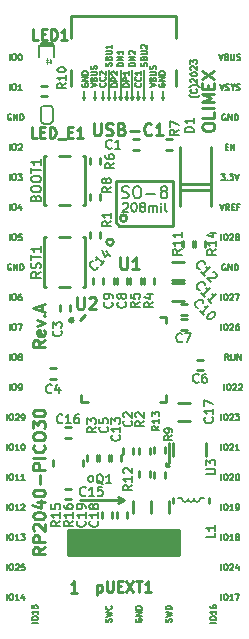
<source format=gbr>
G04 #@! TF.GenerationSoftware,KiCad,Pcbnew,5.1.12-84ad8e8a86~92~ubuntu18.04.1*
G04 #@! TF.CreationDate,2023-05-05T16:39:47+03:00*
G04 #@! TF.ProjectId,RP2040-PICO30_Rev_A,52503230-3430-42d5-9049-434f33305f52,A*
G04 #@! TF.SameCoordinates,Original*
G04 #@! TF.FileFunction,Legend,Top*
G04 #@! TF.FilePolarity,Positive*
%FSLAX46Y46*%
G04 Gerber Fmt 4.6, Leading zero omitted, Abs format (unit mm)*
G04 Created by KiCad (PCBNEW 5.1.12-84ad8e8a86~92~ubuntu18.04.1) date 2023-05-05 16:39:47*
%MOMM*%
%LPD*%
G01*
G04 APERTURE LIST*
%ADD10C,0.127000*%
%ADD11C,0.254000*%
%ADD12C,0.139700*%
%ADD13C,0.050000*%
%ADD14C,0.100000*%
%ADD15C,0.200000*%
%ADD16C,0.150000*%
%ADD17C,0.152400*%
%ADD18C,0.222250*%
%ADD19C,0.190500*%
%ADD20C,0.158750*%
%ADD21C,0.177800*%
%ADD22C,0.203200*%
G04 APERTURE END LIST*
D10*
X158580666Y-66879409D02*
X158750000Y-67387409D01*
X158919333Y-66879409D01*
X159258000Y-67121314D02*
X159330571Y-67145504D01*
X159354761Y-67169695D01*
X159378952Y-67218076D01*
X159378952Y-67290647D01*
X159354761Y-67339028D01*
X159330571Y-67363219D01*
X159282190Y-67387409D01*
X159088666Y-67387409D01*
X159088666Y-66879409D01*
X159258000Y-66879409D01*
X159306380Y-66903600D01*
X159330571Y-66927790D01*
X159354761Y-66976171D01*
X159354761Y-67024552D01*
X159330571Y-67072933D01*
X159306380Y-67097123D01*
X159258000Y-67121314D01*
X159088666Y-67121314D01*
X159596666Y-66879409D02*
X159596666Y-67290647D01*
X159620857Y-67339028D01*
X159645047Y-67363219D01*
X159693428Y-67387409D01*
X159790190Y-67387409D01*
X159838571Y-67363219D01*
X159862761Y-67339028D01*
X159886952Y-67290647D01*
X159886952Y-66879409D01*
X160104666Y-67363219D02*
X160177238Y-67387409D01*
X160298190Y-67387409D01*
X160346571Y-67363219D01*
X160370761Y-67339028D01*
X160394952Y-67290647D01*
X160394952Y-67242266D01*
X160370761Y-67193885D01*
X160346571Y-67169695D01*
X160298190Y-67145504D01*
X160201428Y-67121314D01*
X160153047Y-67097123D01*
X160128857Y-67072933D01*
X160104666Y-67024552D01*
X160104666Y-66976171D01*
X160128857Y-66927790D01*
X160153047Y-66903600D01*
X160201428Y-66879409D01*
X160322380Y-66879409D01*
X160394952Y-66903600D01*
X158641142Y-69419409D02*
X158810476Y-69927409D01*
X158979809Y-69419409D01*
X159124952Y-69903219D02*
X159197523Y-69927409D01*
X159318476Y-69927409D01*
X159366857Y-69903219D01*
X159391047Y-69879028D01*
X159415238Y-69830647D01*
X159415238Y-69782266D01*
X159391047Y-69733885D01*
X159366857Y-69709695D01*
X159318476Y-69685504D01*
X159221714Y-69661314D01*
X159173333Y-69637123D01*
X159149142Y-69612933D01*
X159124952Y-69564552D01*
X159124952Y-69516171D01*
X159149142Y-69467790D01*
X159173333Y-69443600D01*
X159221714Y-69419409D01*
X159342666Y-69419409D01*
X159415238Y-69443600D01*
X159729714Y-69685504D02*
X159729714Y-69927409D01*
X159560380Y-69419409D02*
X159729714Y-69685504D01*
X159899047Y-69419409D01*
X160044190Y-69903219D02*
X160116761Y-69927409D01*
X160237714Y-69927409D01*
X160286095Y-69903219D01*
X160310285Y-69879028D01*
X160334476Y-69830647D01*
X160334476Y-69782266D01*
X160310285Y-69733885D01*
X160286095Y-69709695D01*
X160237714Y-69685504D01*
X160140952Y-69661314D01*
X160092571Y-69637123D01*
X160068380Y-69612933D01*
X160044190Y-69564552D01*
X160044190Y-69516171D01*
X160068380Y-69467790D01*
X160092571Y-69443600D01*
X160140952Y-69419409D01*
X160261904Y-69419409D01*
X160334476Y-69443600D01*
X159124952Y-71983600D02*
X159076571Y-71959409D01*
X159004000Y-71959409D01*
X158931428Y-71983600D01*
X158883047Y-72031980D01*
X158858857Y-72080361D01*
X158834666Y-72177123D01*
X158834666Y-72249695D01*
X158858857Y-72346457D01*
X158883047Y-72394838D01*
X158931428Y-72443219D01*
X159004000Y-72467409D01*
X159052380Y-72467409D01*
X159124952Y-72443219D01*
X159149142Y-72419028D01*
X159149142Y-72249695D01*
X159052380Y-72249695D01*
X159366857Y-72467409D02*
X159366857Y-71959409D01*
X159657142Y-72467409D01*
X159657142Y-71959409D01*
X159899047Y-72467409D02*
X159899047Y-71959409D01*
X160020000Y-71959409D01*
X160092571Y-71983600D01*
X160140952Y-72031980D01*
X160165142Y-72080361D01*
X160189333Y-72177123D01*
X160189333Y-72249695D01*
X160165142Y-72346457D01*
X160140952Y-72394838D01*
X160092571Y-72443219D01*
X160020000Y-72467409D01*
X159899047Y-72467409D01*
X159137047Y-74741314D02*
X159306380Y-74741314D01*
X159378952Y-75007409D02*
X159137047Y-75007409D01*
X159137047Y-74499409D01*
X159378952Y-74499409D01*
X159596666Y-75007409D02*
X159596666Y-74499409D01*
X159886952Y-75007409D01*
X159886952Y-74499409D01*
X158762095Y-77039409D02*
X159076571Y-77039409D01*
X158907238Y-77232933D01*
X158979809Y-77232933D01*
X159028190Y-77257123D01*
X159052380Y-77281314D01*
X159076571Y-77329695D01*
X159076571Y-77450647D01*
X159052380Y-77499028D01*
X159028190Y-77523219D01*
X158979809Y-77547409D01*
X158834666Y-77547409D01*
X158786285Y-77523219D01*
X158762095Y-77499028D01*
X159294285Y-77499028D02*
X159318476Y-77523219D01*
X159294285Y-77547409D01*
X159270095Y-77523219D01*
X159294285Y-77499028D01*
X159294285Y-77547409D01*
X159487809Y-77039409D02*
X159802285Y-77039409D01*
X159632952Y-77232933D01*
X159705523Y-77232933D01*
X159753904Y-77257123D01*
X159778095Y-77281314D01*
X159802285Y-77329695D01*
X159802285Y-77450647D01*
X159778095Y-77499028D01*
X159753904Y-77523219D01*
X159705523Y-77547409D01*
X159560380Y-77547409D01*
X159512000Y-77523219D01*
X159487809Y-77499028D01*
X159947428Y-77039409D02*
X160116761Y-77547409D01*
X160286095Y-77039409D01*
X158641142Y-79579409D02*
X158810476Y-80087409D01*
X158979809Y-79579409D01*
X159439428Y-80087409D02*
X159270095Y-79845504D01*
X159149142Y-80087409D02*
X159149142Y-79579409D01*
X159342666Y-79579409D01*
X159391047Y-79603600D01*
X159415238Y-79627790D01*
X159439428Y-79676171D01*
X159439428Y-79748742D01*
X159415238Y-79797123D01*
X159391047Y-79821314D01*
X159342666Y-79845504D01*
X159149142Y-79845504D01*
X159657142Y-79821314D02*
X159826476Y-79821314D01*
X159899047Y-80087409D02*
X159657142Y-80087409D01*
X159657142Y-79579409D01*
X159899047Y-79579409D01*
X160286095Y-79821314D02*
X160116761Y-79821314D01*
X160116761Y-80087409D02*
X160116761Y-79579409D01*
X160358666Y-79579409D01*
X158762095Y-82627409D02*
X158762095Y-82119409D01*
X159100761Y-82119409D02*
X159197523Y-82119409D01*
X159245904Y-82143600D01*
X159294285Y-82191980D01*
X159318476Y-82288742D01*
X159318476Y-82458076D01*
X159294285Y-82554838D01*
X159245904Y-82603219D01*
X159197523Y-82627409D01*
X159100761Y-82627409D01*
X159052380Y-82603219D01*
X159004000Y-82554838D01*
X158979809Y-82458076D01*
X158979809Y-82288742D01*
X159004000Y-82191980D01*
X159052380Y-82143600D01*
X159100761Y-82119409D01*
X159512000Y-82167790D02*
X159536190Y-82143600D01*
X159584571Y-82119409D01*
X159705523Y-82119409D01*
X159753904Y-82143600D01*
X159778095Y-82167790D01*
X159802285Y-82216171D01*
X159802285Y-82264552D01*
X159778095Y-82337123D01*
X159487809Y-82627409D01*
X159802285Y-82627409D01*
X160092571Y-82337123D02*
X160044190Y-82312933D01*
X160020000Y-82288742D01*
X159995809Y-82240361D01*
X159995809Y-82216171D01*
X160020000Y-82167790D01*
X160044190Y-82143600D01*
X160092571Y-82119409D01*
X160189333Y-82119409D01*
X160237714Y-82143600D01*
X160261904Y-82167790D01*
X160286095Y-82216171D01*
X160286095Y-82240361D01*
X160261904Y-82288742D01*
X160237714Y-82312933D01*
X160189333Y-82337123D01*
X160092571Y-82337123D01*
X160044190Y-82361314D01*
X160020000Y-82385504D01*
X159995809Y-82433885D01*
X159995809Y-82530647D01*
X160020000Y-82579028D01*
X160044190Y-82603219D01*
X160092571Y-82627409D01*
X160189333Y-82627409D01*
X160237714Y-82603219D01*
X160261904Y-82579028D01*
X160286095Y-82530647D01*
X160286095Y-82433885D01*
X160261904Y-82385504D01*
X160237714Y-82361314D01*
X160189333Y-82337123D01*
X159124952Y-84683600D02*
X159076571Y-84659409D01*
X159004000Y-84659409D01*
X158931428Y-84683600D01*
X158883047Y-84731980D01*
X158858857Y-84780361D01*
X158834666Y-84877123D01*
X158834666Y-84949695D01*
X158858857Y-85046457D01*
X158883047Y-85094838D01*
X158931428Y-85143219D01*
X159004000Y-85167409D01*
X159052380Y-85167409D01*
X159124952Y-85143219D01*
X159149142Y-85119028D01*
X159149142Y-84949695D01*
X159052380Y-84949695D01*
X159366857Y-85167409D02*
X159366857Y-84659409D01*
X159657142Y-85167409D01*
X159657142Y-84659409D01*
X159899047Y-85167409D02*
X159899047Y-84659409D01*
X160020000Y-84659409D01*
X160092571Y-84683600D01*
X160140952Y-84731980D01*
X160165142Y-84780361D01*
X160189333Y-84877123D01*
X160189333Y-84949695D01*
X160165142Y-85046457D01*
X160140952Y-85094838D01*
X160092571Y-85143219D01*
X160020000Y-85167409D01*
X159899047Y-85167409D01*
X158762095Y-87707409D02*
X158762095Y-87199409D01*
X159100761Y-87199409D02*
X159197523Y-87199409D01*
X159245904Y-87223600D01*
X159294285Y-87271980D01*
X159318476Y-87368742D01*
X159318476Y-87538076D01*
X159294285Y-87634838D01*
X159245904Y-87683219D01*
X159197523Y-87707409D01*
X159100761Y-87707409D01*
X159052380Y-87683219D01*
X159004000Y-87634838D01*
X158979809Y-87538076D01*
X158979809Y-87368742D01*
X159004000Y-87271980D01*
X159052380Y-87223600D01*
X159100761Y-87199409D01*
X159512000Y-87247790D02*
X159536190Y-87223600D01*
X159584571Y-87199409D01*
X159705523Y-87199409D01*
X159753904Y-87223600D01*
X159778095Y-87247790D01*
X159802285Y-87296171D01*
X159802285Y-87344552D01*
X159778095Y-87417123D01*
X159487809Y-87707409D01*
X159802285Y-87707409D01*
X159971619Y-87199409D02*
X160310285Y-87199409D01*
X160092571Y-87707409D01*
X158762095Y-90247409D02*
X158762095Y-89739409D01*
X159100761Y-89739409D02*
X159197523Y-89739409D01*
X159245904Y-89763600D01*
X159294285Y-89811980D01*
X159318476Y-89908742D01*
X159318476Y-90078076D01*
X159294285Y-90174838D01*
X159245904Y-90223219D01*
X159197523Y-90247409D01*
X159100761Y-90247409D01*
X159052380Y-90223219D01*
X159004000Y-90174838D01*
X158979809Y-90078076D01*
X158979809Y-89908742D01*
X159004000Y-89811980D01*
X159052380Y-89763600D01*
X159100761Y-89739409D01*
X159512000Y-89787790D02*
X159536190Y-89763600D01*
X159584571Y-89739409D01*
X159705523Y-89739409D01*
X159753904Y-89763600D01*
X159778095Y-89787790D01*
X159802285Y-89836171D01*
X159802285Y-89884552D01*
X159778095Y-89957123D01*
X159487809Y-90247409D01*
X159802285Y-90247409D01*
X160237714Y-89739409D02*
X160140952Y-89739409D01*
X160092571Y-89763600D01*
X160068380Y-89787790D01*
X160020000Y-89860361D01*
X159995809Y-89957123D01*
X159995809Y-90150647D01*
X160020000Y-90199028D01*
X160044190Y-90223219D01*
X160092571Y-90247409D01*
X160189333Y-90247409D01*
X160237714Y-90223219D01*
X160261904Y-90199028D01*
X160286095Y-90150647D01*
X160286095Y-90029695D01*
X160261904Y-89981314D01*
X160237714Y-89957123D01*
X160189333Y-89932933D01*
X160092571Y-89932933D01*
X160044190Y-89957123D01*
X160020000Y-89981314D01*
X159995809Y-90029695D01*
X159391047Y-92787409D02*
X159221714Y-92545504D01*
X159100761Y-92787409D02*
X159100761Y-92279409D01*
X159294285Y-92279409D01*
X159342666Y-92303600D01*
X159366857Y-92327790D01*
X159391047Y-92376171D01*
X159391047Y-92448742D01*
X159366857Y-92497123D01*
X159342666Y-92521314D01*
X159294285Y-92545504D01*
X159100761Y-92545504D01*
X159608761Y-92279409D02*
X159608761Y-92690647D01*
X159632952Y-92739028D01*
X159657142Y-92763219D01*
X159705523Y-92787409D01*
X159802285Y-92787409D01*
X159850666Y-92763219D01*
X159874857Y-92739028D01*
X159899047Y-92690647D01*
X159899047Y-92279409D01*
X160140952Y-92787409D02*
X160140952Y-92279409D01*
X160431238Y-92787409D01*
X160431238Y-92279409D01*
X159016095Y-95327409D02*
X159016095Y-94819409D01*
X159354761Y-94819409D02*
X159451523Y-94819409D01*
X159499904Y-94843600D01*
X159548285Y-94891980D01*
X159572476Y-94988742D01*
X159572476Y-95158076D01*
X159548285Y-95254838D01*
X159499904Y-95303219D01*
X159451523Y-95327409D01*
X159354761Y-95327409D01*
X159306380Y-95303219D01*
X159258000Y-95254838D01*
X159233809Y-95158076D01*
X159233809Y-94988742D01*
X159258000Y-94891980D01*
X159306380Y-94843600D01*
X159354761Y-94819409D01*
X159766000Y-94867790D02*
X159790190Y-94843600D01*
X159838571Y-94819409D01*
X159959523Y-94819409D01*
X160007904Y-94843600D01*
X160032095Y-94867790D01*
X160056285Y-94916171D01*
X160056285Y-94964552D01*
X160032095Y-95037123D01*
X159741809Y-95327409D01*
X160056285Y-95327409D01*
X160249809Y-94867790D02*
X160274000Y-94843600D01*
X160322380Y-94819409D01*
X160443333Y-94819409D01*
X160491714Y-94843600D01*
X160515904Y-94867790D01*
X160540095Y-94916171D01*
X160540095Y-94964552D01*
X160515904Y-95037123D01*
X160225619Y-95327409D01*
X160540095Y-95327409D01*
X158762095Y-97867409D02*
X158762095Y-97359409D01*
X159100761Y-97359409D02*
X159197523Y-97359409D01*
X159245904Y-97383600D01*
X159294285Y-97431980D01*
X159318476Y-97528742D01*
X159318476Y-97698076D01*
X159294285Y-97794838D01*
X159245904Y-97843219D01*
X159197523Y-97867409D01*
X159100761Y-97867409D01*
X159052380Y-97843219D01*
X159004000Y-97794838D01*
X158979809Y-97698076D01*
X158979809Y-97528742D01*
X159004000Y-97431980D01*
X159052380Y-97383600D01*
X159100761Y-97359409D01*
X159512000Y-97407790D02*
X159536190Y-97383600D01*
X159584571Y-97359409D01*
X159705523Y-97359409D01*
X159753904Y-97383600D01*
X159778095Y-97407790D01*
X159802285Y-97456171D01*
X159802285Y-97504552D01*
X159778095Y-97577123D01*
X159487809Y-97867409D01*
X159802285Y-97867409D01*
X159971619Y-97359409D02*
X160286095Y-97359409D01*
X160116761Y-97552933D01*
X160189333Y-97552933D01*
X160237714Y-97577123D01*
X160261904Y-97601314D01*
X160286095Y-97649695D01*
X160286095Y-97770647D01*
X160261904Y-97819028D01*
X160237714Y-97843219D01*
X160189333Y-97867409D01*
X160044190Y-97867409D01*
X159995809Y-97843219D01*
X159971619Y-97819028D01*
X158762095Y-100407409D02*
X158762095Y-99899409D01*
X159100761Y-99899409D02*
X159197523Y-99899409D01*
X159245904Y-99923600D01*
X159294285Y-99971980D01*
X159318476Y-100068742D01*
X159318476Y-100238076D01*
X159294285Y-100334838D01*
X159245904Y-100383219D01*
X159197523Y-100407409D01*
X159100761Y-100407409D01*
X159052380Y-100383219D01*
X159004000Y-100334838D01*
X158979809Y-100238076D01*
X158979809Y-100068742D01*
X159004000Y-99971980D01*
X159052380Y-99923600D01*
X159100761Y-99899409D01*
X159512000Y-99947790D02*
X159536190Y-99923600D01*
X159584571Y-99899409D01*
X159705523Y-99899409D01*
X159753904Y-99923600D01*
X159778095Y-99947790D01*
X159802285Y-99996171D01*
X159802285Y-100044552D01*
X159778095Y-100117123D01*
X159487809Y-100407409D01*
X159802285Y-100407409D01*
X160286095Y-100407409D02*
X159995809Y-100407409D01*
X160140952Y-100407409D02*
X160140952Y-99899409D01*
X160092571Y-99971980D01*
X160044190Y-100020361D01*
X159995809Y-100044552D01*
X158762095Y-102947409D02*
X158762095Y-102439409D01*
X159100761Y-102439409D02*
X159197523Y-102439409D01*
X159245904Y-102463600D01*
X159294285Y-102511980D01*
X159318476Y-102608742D01*
X159318476Y-102778076D01*
X159294285Y-102874838D01*
X159245904Y-102923219D01*
X159197523Y-102947409D01*
X159100761Y-102947409D01*
X159052380Y-102923219D01*
X159004000Y-102874838D01*
X158979809Y-102778076D01*
X158979809Y-102608742D01*
X159004000Y-102511980D01*
X159052380Y-102463600D01*
X159100761Y-102439409D01*
X159512000Y-102487790D02*
X159536190Y-102463600D01*
X159584571Y-102439409D01*
X159705523Y-102439409D01*
X159753904Y-102463600D01*
X159778095Y-102487790D01*
X159802285Y-102536171D01*
X159802285Y-102584552D01*
X159778095Y-102657123D01*
X159487809Y-102947409D01*
X159802285Y-102947409D01*
X160116761Y-102439409D02*
X160165142Y-102439409D01*
X160213523Y-102463600D01*
X160237714Y-102487790D01*
X160261904Y-102536171D01*
X160286095Y-102632933D01*
X160286095Y-102753885D01*
X160261904Y-102850647D01*
X160237714Y-102899028D01*
X160213523Y-102923219D01*
X160165142Y-102947409D01*
X160116761Y-102947409D01*
X160068380Y-102923219D01*
X160044190Y-102899028D01*
X160020000Y-102850647D01*
X159995809Y-102753885D01*
X159995809Y-102632933D01*
X160020000Y-102536171D01*
X160044190Y-102487790D01*
X160068380Y-102463600D01*
X160116761Y-102439409D01*
X158762095Y-105487409D02*
X158762095Y-104979409D01*
X159100761Y-104979409D02*
X159197523Y-104979409D01*
X159245904Y-105003600D01*
X159294285Y-105051980D01*
X159318476Y-105148742D01*
X159318476Y-105318076D01*
X159294285Y-105414838D01*
X159245904Y-105463219D01*
X159197523Y-105487409D01*
X159100761Y-105487409D01*
X159052380Y-105463219D01*
X159004000Y-105414838D01*
X158979809Y-105318076D01*
X158979809Y-105148742D01*
X159004000Y-105051980D01*
X159052380Y-105003600D01*
X159100761Y-104979409D01*
X159802285Y-105487409D02*
X159512000Y-105487409D01*
X159657142Y-105487409D02*
X159657142Y-104979409D01*
X159608761Y-105051980D01*
X159560380Y-105100361D01*
X159512000Y-105124552D01*
X160044190Y-105487409D02*
X160140952Y-105487409D01*
X160189333Y-105463219D01*
X160213523Y-105439028D01*
X160261904Y-105366457D01*
X160286095Y-105269695D01*
X160286095Y-105076171D01*
X160261904Y-105027790D01*
X160237714Y-105003600D01*
X160189333Y-104979409D01*
X160092571Y-104979409D01*
X160044190Y-105003600D01*
X160020000Y-105027790D01*
X159995809Y-105076171D01*
X159995809Y-105197123D01*
X160020000Y-105245504D01*
X160044190Y-105269695D01*
X160092571Y-105293885D01*
X160189333Y-105293885D01*
X160237714Y-105269695D01*
X160261904Y-105245504D01*
X160286095Y-105197123D01*
X158762095Y-108027409D02*
X158762095Y-107519409D01*
X159100761Y-107519409D02*
X159197523Y-107519409D01*
X159245904Y-107543600D01*
X159294285Y-107591980D01*
X159318476Y-107688742D01*
X159318476Y-107858076D01*
X159294285Y-107954838D01*
X159245904Y-108003219D01*
X159197523Y-108027409D01*
X159100761Y-108027409D01*
X159052380Y-108003219D01*
X159004000Y-107954838D01*
X158979809Y-107858076D01*
X158979809Y-107688742D01*
X159004000Y-107591980D01*
X159052380Y-107543600D01*
X159100761Y-107519409D01*
X159802285Y-108027409D02*
X159512000Y-108027409D01*
X159657142Y-108027409D02*
X159657142Y-107519409D01*
X159608761Y-107591980D01*
X159560380Y-107640361D01*
X159512000Y-107664552D01*
X160092571Y-107737123D02*
X160044190Y-107712933D01*
X160020000Y-107688742D01*
X159995809Y-107640361D01*
X159995809Y-107616171D01*
X160020000Y-107567790D01*
X160044190Y-107543600D01*
X160092571Y-107519409D01*
X160189333Y-107519409D01*
X160237714Y-107543600D01*
X160261904Y-107567790D01*
X160286095Y-107616171D01*
X160286095Y-107640361D01*
X160261904Y-107688742D01*
X160237714Y-107712933D01*
X160189333Y-107737123D01*
X160092571Y-107737123D01*
X160044190Y-107761314D01*
X160020000Y-107785504D01*
X159995809Y-107833885D01*
X159995809Y-107930647D01*
X160020000Y-107979028D01*
X160044190Y-108003219D01*
X160092571Y-108027409D01*
X160189333Y-108027409D01*
X160237714Y-108003219D01*
X160261904Y-107979028D01*
X160286095Y-107930647D01*
X160286095Y-107833885D01*
X160261904Y-107785504D01*
X160237714Y-107761314D01*
X160189333Y-107737123D01*
X158762095Y-110567409D02*
X158762095Y-110059409D01*
X159100761Y-110059409D02*
X159197523Y-110059409D01*
X159245904Y-110083600D01*
X159294285Y-110131980D01*
X159318476Y-110228742D01*
X159318476Y-110398076D01*
X159294285Y-110494838D01*
X159245904Y-110543219D01*
X159197523Y-110567409D01*
X159100761Y-110567409D01*
X159052380Y-110543219D01*
X159004000Y-110494838D01*
X158979809Y-110398076D01*
X158979809Y-110228742D01*
X159004000Y-110131980D01*
X159052380Y-110083600D01*
X159100761Y-110059409D01*
X159512000Y-110107790D02*
X159536190Y-110083600D01*
X159584571Y-110059409D01*
X159705523Y-110059409D01*
X159753904Y-110083600D01*
X159778095Y-110107790D01*
X159802285Y-110156171D01*
X159802285Y-110204552D01*
X159778095Y-110277123D01*
X159487809Y-110567409D01*
X159802285Y-110567409D01*
X160237714Y-110228742D02*
X160237714Y-110567409D01*
X160116761Y-110035219D02*
X159995809Y-110398076D01*
X160310285Y-110398076D01*
X158762095Y-113107409D02*
X158762095Y-112599409D01*
X159100761Y-112599409D02*
X159197523Y-112599409D01*
X159245904Y-112623600D01*
X159294285Y-112671980D01*
X159318476Y-112768742D01*
X159318476Y-112938076D01*
X159294285Y-113034838D01*
X159245904Y-113083219D01*
X159197523Y-113107409D01*
X159100761Y-113107409D01*
X159052380Y-113083219D01*
X159004000Y-113034838D01*
X158979809Y-112938076D01*
X158979809Y-112768742D01*
X159004000Y-112671980D01*
X159052380Y-112623600D01*
X159100761Y-112599409D01*
X159802285Y-113107409D02*
X159512000Y-113107409D01*
X159657142Y-113107409D02*
X159657142Y-112599409D01*
X159608761Y-112671980D01*
X159560380Y-112720361D01*
X159512000Y-112744552D01*
X159971619Y-112599409D02*
X160310285Y-112599409D01*
X160092571Y-113107409D01*
X158344809Y-115049904D02*
X157836809Y-115049904D01*
X157836809Y-114711238D02*
X157836809Y-114614476D01*
X157861000Y-114566095D01*
X157909380Y-114517714D01*
X158006142Y-114493523D01*
X158175476Y-114493523D01*
X158272238Y-114517714D01*
X158320619Y-114566095D01*
X158344809Y-114614476D01*
X158344809Y-114711238D01*
X158320619Y-114759619D01*
X158272238Y-114808000D01*
X158175476Y-114832190D01*
X158006142Y-114832190D01*
X157909380Y-114808000D01*
X157861000Y-114759619D01*
X157836809Y-114711238D01*
X158344809Y-114009714D02*
X158344809Y-114300000D01*
X158344809Y-114154857D02*
X157836809Y-114154857D01*
X157909380Y-114203238D01*
X157957761Y-114251619D01*
X157981952Y-114300000D01*
X157836809Y-113574285D02*
X157836809Y-113671047D01*
X157861000Y-113719428D01*
X157885190Y-113743619D01*
X157957761Y-113792000D01*
X158054523Y-113816190D01*
X158248047Y-113816190D01*
X158296428Y-113792000D01*
X158320619Y-113767809D01*
X158344809Y-113719428D01*
X158344809Y-113622666D01*
X158320619Y-113574285D01*
X158296428Y-113550095D01*
X158248047Y-113525904D01*
X158127095Y-113525904D01*
X158078714Y-113550095D01*
X158054523Y-113574285D01*
X158030333Y-113622666D01*
X158030333Y-113719428D01*
X158054523Y-113767809D01*
X158078714Y-113792000D01*
X158127095Y-113816190D01*
X154536019Y-114989428D02*
X154560209Y-114916857D01*
X154560209Y-114795904D01*
X154536019Y-114747523D01*
X154511828Y-114723333D01*
X154463447Y-114699142D01*
X154415066Y-114699142D01*
X154366685Y-114723333D01*
X154342495Y-114747523D01*
X154318304Y-114795904D01*
X154294114Y-114892666D01*
X154269923Y-114941047D01*
X154245733Y-114965238D01*
X154197352Y-114989428D01*
X154148971Y-114989428D01*
X154100590Y-114965238D01*
X154076400Y-114941047D01*
X154052209Y-114892666D01*
X154052209Y-114771714D01*
X154076400Y-114699142D01*
X154052209Y-114529809D02*
X154560209Y-114408857D01*
X154197352Y-114312095D01*
X154560209Y-114215333D01*
X154052209Y-114094380D01*
X154560209Y-113900857D02*
X154052209Y-113900857D01*
X154052209Y-113779904D01*
X154076400Y-113707333D01*
X154124780Y-113658952D01*
X154173161Y-113634761D01*
X154269923Y-113610571D01*
X154342495Y-113610571D01*
X154439257Y-113634761D01*
X154487638Y-113658952D01*
X154536019Y-113707333D01*
X154560209Y-113779904D01*
X154560209Y-113900857D01*
X151536400Y-114687047D02*
X151512209Y-114735428D01*
X151512209Y-114808000D01*
X151536400Y-114880571D01*
X151584780Y-114928952D01*
X151633161Y-114953142D01*
X151729923Y-114977333D01*
X151802495Y-114977333D01*
X151899257Y-114953142D01*
X151947638Y-114928952D01*
X151996019Y-114880571D01*
X152020209Y-114808000D01*
X152020209Y-114759619D01*
X151996019Y-114687047D01*
X151971828Y-114662857D01*
X151802495Y-114662857D01*
X151802495Y-114759619D01*
X152020209Y-114445142D02*
X151512209Y-114445142D01*
X152020209Y-114154857D01*
X151512209Y-114154857D01*
X152020209Y-113912952D02*
X151512209Y-113912952D01*
X151512209Y-113792000D01*
X151536400Y-113719428D01*
X151584780Y-113671047D01*
X151633161Y-113646857D01*
X151729923Y-113622666D01*
X151802495Y-113622666D01*
X151899257Y-113646857D01*
X151947638Y-113671047D01*
X151996019Y-113719428D01*
X152020209Y-113792000D01*
X152020209Y-113912952D01*
X149456019Y-114989428D02*
X149480209Y-114916857D01*
X149480209Y-114795904D01*
X149456019Y-114747523D01*
X149431828Y-114723333D01*
X149383447Y-114699142D01*
X149335066Y-114699142D01*
X149286685Y-114723333D01*
X149262495Y-114747523D01*
X149238304Y-114795904D01*
X149214114Y-114892666D01*
X149189923Y-114941047D01*
X149165733Y-114965238D01*
X149117352Y-114989428D01*
X149068971Y-114989428D01*
X149020590Y-114965238D01*
X148996400Y-114941047D01*
X148972209Y-114892666D01*
X148972209Y-114771714D01*
X148996400Y-114699142D01*
X148972209Y-114529809D02*
X149480209Y-114408857D01*
X149117352Y-114312095D01*
X149480209Y-114215333D01*
X148972209Y-114094380D01*
X149431828Y-113610571D02*
X149456019Y-113634761D01*
X149480209Y-113707333D01*
X149480209Y-113755714D01*
X149456019Y-113828285D01*
X149407638Y-113876666D01*
X149359257Y-113900857D01*
X149262495Y-113925047D01*
X149189923Y-113925047D01*
X149093161Y-113900857D01*
X149044780Y-113876666D01*
X148996400Y-113828285D01*
X148972209Y-113755714D01*
X148972209Y-113707333D01*
X148996400Y-113634761D01*
X149020590Y-113610571D01*
X143231809Y-115049904D02*
X142723809Y-115049904D01*
X142723809Y-114711238D02*
X142723809Y-114614476D01*
X142748000Y-114566095D01*
X142796380Y-114517714D01*
X142893142Y-114493523D01*
X143062476Y-114493523D01*
X143159238Y-114517714D01*
X143207619Y-114566095D01*
X143231809Y-114614476D01*
X143231809Y-114711238D01*
X143207619Y-114759619D01*
X143159238Y-114808000D01*
X143062476Y-114832190D01*
X142893142Y-114832190D01*
X142796380Y-114808000D01*
X142748000Y-114759619D01*
X142723809Y-114711238D01*
X143231809Y-114009714D02*
X143231809Y-114300000D01*
X143231809Y-114154857D02*
X142723809Y-114154857D01*
X142796380Y-114203238D01*
X142844761Y-114251619D01*
X142868952Y-114300000D01*
X142723809Y-113550095D02*
X142723809Y-113792000D01*
X142965714Y-113816190D01*
X142941523Y-113792000D01*
X142917333Y-113743619D01*
X142917333Y-113622666D01*
X142941523Y-113574285D01*
X142965714Y-113550095D01*
X143014095Y-113525904D01*
X143135047Y-113525904D01*
X143183428Y-113550095D01*
X143207619Y-113574285D01*
X143231809Y-113622666D01*
X143231809Y-113743619D01*
X143207619Y-113792000D01*
X143183428Y-113816190D01*
X140601095Y-113107409D02*
X140601095Y-112599409D01*
X140939761Y-112599409D02*
X141036523Y-112599409D01*
X141084904Y-112623600D01*
X141133285Y-112671980D01*
X141157476Y-112768742D01*
X141157476Y-112938076D01*
X141133285Y-113034838D01*
X141084904Y-113083219D01*
X141036523Y-113107409D01*
X140939761Y-113107409D01*
X140891380Y-113083219D01*
X140843000Y-113034838D01*
X140818809Y-112938076D01*
X140818809Y-112768742D01*
X140843000Y-112671980D01*
X140891380Y-112623600D01*
X140939761Y-112599409D01*
X141641285Y-113107409D02*
X141351000Y-113107409D01*
X141496142Y-113107409D02*
X141496142Y-112599409D01*
X141447761Y-112671980D01*
X141399380Y-112720361D01*
X141351000Y-112744552D01*
X142076714Y-112768742D02*
X142076714Y-113107409D01*
X141955761Y-112575219D02*
X141834809Y-112938076D01*
X142149285Y-112938076D01*
X140601095Y-110567409D02*
X140601095Y-110059409D01*
X140939761Y-110059409D02*
X141036523Y-110059409D01*
X141084904Y-110083600D01*
X141133285Y-110131980D01*
X141157476Y-110228742D01*
X141157476Y-110398076D01*
X141133285Y-110494838D01*
X141084904Y-110543219D01*
X141036523Y-110567409D01*
X140939761Y-110567409D01*
X140891380Y-110543219D01*
X140843000Y-110494838D01*
X140818809Y-110398076D01*
X140818809Y-110228742D01*
X140843000Y-110131980D01*
X140891380Y-110083600D01*
X140939761Y-110059409D01*
X141351000Y-110107790D02*
X141375190Y-110083600D01*
X141423571Y-110059409D01*
X141544523Y-110059409D01*
X141592904Y-110083600D01*
X141617095Y-110107790D01*
X141641285Y-110156171D01*
X141641285Y-110204552D01*
X141617095Y-110277123D01*
X141326809Y-110567409D01*
X141641285Y-110567409D01*
X142100904Y-110059409D02*
X141859000Y-110059409D01*
X141834809Y-110301314D01*
X141859000Y-110277123D01*
X141907380Y-110252933D01*
X142028333Y-110252933D01*
X142076714Y-110277123D01*
X142100904Y-110301314D01*
X142125095Y-110349695D01*
X142125095Y-110470647D01*
X142100904Y-110519028D01*
X142076714Y-110543219D01*
X142028333Y-110567409D01*
X141907380Y-110567409D01*
X141859000Y-110543219D01*
X141834809Y-110519028D01*
X140601095Y-108027409D02*
X140601095Y-107519409D01*
X140939761Y-107519409D02*
X141036523Y-107519409D01*
X141084904Y-107543600D01*
X141133285Y-107591980D01*
X141157476Y-107688742D01*
X141157476Y-107858076D01*
X141133285Y-107954838D01*
X141084904Y-108003219D01*
X141036523Y-108027409D01*
X140939761Y-108027409D01*
X140891380Y-108003219D01*
X140843000Y-107954838D01*
X140818809Y-107858076D01*
X140818809Y-107688742D01*
X140843000Y-107591980D01*
X140891380Y-107543600D01*
X140939761Y-107519409D01*
X141641285Y-108027409D02*
X141351000Y-108027409D01*
X141496142Y-108027409D02*
X141496142Y-107519409D01*
X141447761Y-107591980D01*
X141399380Y-107640361D01*
X141351000Y-107664552D01*
X141810619Y-107519409D02*
X142125095Y-107519409D01*
X141955761Y-107712933D01*
X142028333Y-107712933D01*
X142076714Y-107737123D01*
X142100904Y-107761314D01*
X142125095Y-107809695D01*
X142125095Y-107930647D01*
X142100904Y-107979028D01*
X142076714Y-108003219D01*
X142028333Y-108027409D01*
X141883190Y-108027409D01*
X141834809Y-108003219D01*
X141810619Y-107979028D01*
X140601095Y-105487409D02*
X140601095Y-104979409D01*
X140939761Y-104979409D02*
X141036523Y-104979409D01*
X141084904Y-105003600D01*
X141133285Y-105051980D01*
X141157476Y-105148742D01*
X141157476Y-105318076D01*
X141133285Y-105414838D01*
X141084904Y-105463219D01*
X141036523Y-105487409D01*
X140939761Y-105487409D01*
X140891380Y-105463219D01*
X140843000Y-105414838D01*
X140818809Y-105318076D01*
X140818809Y-105148742D01*
X140843000Y-105051980D01*
X140891380Y-105003600D01*
X140939761Y-104979409D01*
X141641285Y-105487409D02*
X141351000Y-105487409D01*
X141496142Y-105487409D02*
X141496142Y-104979409D01*
X141447761Y-105051980D01*
X141399380Y-105100361D01*
X141351000Y-105124552D01*
X141834809Y-105027790D02*
X141859000Y-105003600D01*
X141907380Y-104979409D01*
X142028333Y-104979409D01*
X142076714Y-105003600D01*
X142100904Y-105027790D01*
X142125095Y-105076171D01*
X142125095Y-105124552D01*
X142100904Y-105197123D01*
X141810619Y-105487409D01*
X142125095Y-105487409D01*
X140601095Y-102947409D02*
X140601095Y-102439409D01*
X140939761Y-102439409D02*
X141036523Y-102439409D01*
X141084904Y-102463600D01*
X141133285Y-102511980D01*
X141157476Y-102608742D01*
X141157476Y-102778076D01*
X141133285Y-102874838D01*
X141084904Y-102923219D01*
X141036523Y-102947409D01*
X140939761Y-102947409D01*
X140891380Y-102923219D01*
X140843000Y-102874838D01*
X140818809Y-102778076D01*
X140818809Y-102608742D01*
X140843000Y-102511980D01*
X140891380Y-102463600D01*
X140939761Y-102439409D01*
X141641285Y-102947409D02*
X141351000Y-102947409D01*
X141496142Y-102947409D02*
X141496142Y-102439409D01*
X141447761Y-102511980D01*
X141399380Y-102560361D01*
X141351000Y-102584552D01*
X142125095Y-102947409D02*
X141834809Y-102947409D01*
X141979952Y-102947409D02*
X141979952Y-102439409D01*
X141931571Y-102511980D01*
X141883190Y-102560361D01*
X141834809Y-102584552D01*
X140601095Y-100407409D02*
X140601095Y-99899409D01*
X140939761Y-99899409D02*
X141036523Y-99899409D01*
X141084904Y-99923600D01*
X141133285Y-99971980D01*
X141157476Y-100068742D01*
X141157476Y-100238076D01*
X141133285Y-100334838D01*
X141084904Y-100383219D01*
X141036523Y-100407409D01*
X140939761Y-100407409D01*
X140891380Y-100383219D01*
X140843000Y-100334838D01*
X140818809Y-100238076D01*
X140818809Y-100068742D01*
X140843000Y-99971980D01*
X140891380Y-99923600D01*
X140939761Y-99899409D01*
X141641285Y-100407409D02*
X141351000Y-100407409D01*
X141496142Y-100407409D02*
X141496142Y-99899409D01*
X141447761Y-99971980D01*
X141399380Y-100020361D01*
X141351000Y-100044552D01*
X141955761Y-99899409D02*
X142004142Y-99899409D01*
X142052523Y-99923600D01*
X142076714Y-99947790D01*
X142100904Y-99996171D01*
X142125095Y-100092933D01*
X142125095Y-100213885D01*
X142100904Y-100310647D01*
X142076714Y-100359028D01*
X142052523Y-100383219D01*
X142004142Y-100407409D01*
X141955761Y-100407409D01*
X141907380Y-100383219D01*
X141883190Y-100359028D01*
X141859000Y-100310647D01*
X141834809Y-100213885D01*
X141834809Y-100092933D01*
X141859000Y-99996171D01*
X141883190Y-99947790D01*
X141907380Y-99923600D01*
X141955761Y-99899409D01*
X140601095Y-97867409D02*
X140601095Y-97359409D01*
X140939761Y-97359409D02*
X141036523Y-97359409D01*
X141084904Y-97383600D01*
X141133285Y-97431980D01*
X141157476Y-97528742D01*
X141157476Y-97698076D01*
X141133285Y-97794838D01*
X141084904Y-97843219D01*
X141036523Y-97867409D01*
X140939761Y-97867409D01*
X140891380Y-97843219D01*
X140843000Y-97794838D01*
X140818809Y-97698076D01*
X140818809Y-97528742D01*
X140843000Y-97431980D01*
X140891380Y-97383600D01*
X140939761Y-97359409D01*
X141351000Y-97407790D02*
X141375190Y-97383600D01*
X141423571Y-97359409D01*
X141544523Y-97359409D01*
X141592904Y-97383600D01*
X141617095Y-97407790D01*
X141641285Y-97456171D01*
X141641285Y-97504552D01*
X141617095Y-97577123D01*
X141326809Y-97867409D01*
X141641285Y-97867409D01*
X141883190Y-97867409D02*
X141979952Y-97867409D01*
X142028333Y-97843219D01*
X142052523Y-97819028D01*
X142100904Y-97746457D01*
X142125095Y-97649695D01*
X142125095Y-97456171D01*
X142100904Y-97407790D01*
X142076714Y-97383600D01*
X142028333Y-97359409D01*
X141931571Y-97359409D01*
X141883190Y-97383600D01*
X141859000Y-97407790D01*
X141834809Y-97456171D01*
X141834809Y-97577123D01*
X141859000Y-97625504D01*
X141883190Y-97649695D01*
X141931571Y-97673885D01*
X142028333Y-97673885D01*
X142076714Y-97649695D01*
X142100904Y-97625504D01*
X142125095Y-97577123D01*
X140843000Y-95327409D02*
X140843000Y-94819409D01*
X141181666Y-94819409D02*
X141278428Y-94819409D01*
X141326809Y-94843600D01*
X141375190Y-94891980D01*
X141399380Y-94988742D01*
X141399380Y-95158076D01*
X141375190Y-95254838D01*
X141326809Y-95303219D01*
X141278428Y-95327409D01*
X141181666Y-95327409D01*
X141133285Y-95303219D01*
X141084904Y-95254838D01*
X141060714Y-95158076D01*
X141060714Y-94988742D01*
X141084904Y-94891980D01*
X141133285Y-94843600D01*
X141181666Y-94819409D01*
X141641285Y-95327409D02*
X141738047Y-95327409D01*
X141786428Y-95303219D01*
X141810619Y-95279028D01*
X141859000Y-95206457D01*
X141883190Y-95109695D01*
X141883190Y-94916171D01*
X141859000Y-94867790D01*
X141834809Y-94843600D01*
X141786428Y-94819409D01*
X141689666Y-94819409D01*
X141641285Y-94843600D01*
X141617095Y-94867790D01*
X141592904Y-94916171D01*
X141592904Y-95037123D01*
X141617095Y-95085504D01*
X141641285Y-95109695D01*
X141689666Y-95133885D01*
X141786428Y-95133885D01*
X141834809Y-95109695D01*
X141859000Y-95085504D01*
X141883190Y-95037123D01*
X140843000Y-92787409D02*
X140843000Y-92279409D01*
X141181666Y-92279409D02*
X141278428Y-92279409D01*
X141326809Y-92303600D01*
X141375190Y-92351980D01*
X141399380Y-92448742D01*
X141399380Y-92618076D01*
X141375190Y-92714838D01*
X141326809Y-92763219D01*
X141278428Y-92787409D01*
X141181666Y-92787409D01*
X141133285Y-92763219D01*
X141084904Y-92714838D01*
X141060714Y-92618076D01*
X141060714Y-92448742D01*
X141084904Y-92351980D01*
X141133285Y-92303600D01*
X141181666Y-92279409D01*
X141689666Y-92497123D02*
X141641285Y-92472933D01*
X141617095Y-92448742D01*
X141592904Y-92400361D01*
X141592904Y-92376171D01*
X141617095Y-92327790D01*
X141641285Y-92303600D01*
X141689666Y-92279409D01*
X141786428Y-92279409D01*
X141834809Y-92303600D01*
X141859000Y-92327790D01*
X141883190Y-92376171D01*
X141883190Y-92400361D01*
X141859000Y-92448742D01*
X141834809Y-92472933D01*
X141786428Y-92497123D01*
X141689666Y-92497123D01*
X141641285Y-92521314D01*
X141617095Y-92545504D01*
X141592904Y-92593885D01*
X141592904Y-92690647D01*
X141617095Y-92739028D01*
X141641285Y-92763219D01*
X141689666Y-92787409D01*
X141786428Y-92787409D01*
X141834809Y-92763219D01*
X141859000Y-92739028D01*
X141883190Y-92690647D01*
X141883190Y-92593885D01*
X141859000Y-92545504D01*
X141834809Y-92521314D01*
X141786428Y-92497123D01*
X140843000Y-90247409D02*
X140843000Y-89739409D01*
X141181666Y-89739409D02*
X141278428Y-89739409D01*
X141326809Y-89763600D01*
X141375190Y-89811980D01*
X141399380Y-89908742D01*
X141399380Y-90078076D01*
X141375190Y-90174838D01*
X141326809Y-90223219D01*
X141278428Y-90247409D01*
X141181666Y-90247409D01*
X141133285Y-90223219D01*
X141084904Y-90174838D01*
X141060714Y-90078076D01*
X141060714Y-89908742D01*
X141084904Y-89811980D01*
X141133285Y-89763600D01*
X141181666Y-89739409D01*
X141568714Y-89739409D02*
X141907380Y-89739409D01*
X141689666Y-90247409D01*
X140843000Y-87707409D02*
X140843000Y-87199409D01*
X141181666Y-87199409D02*
X141278428Y-87199409D01*
X141326809Y-87223600D01*
X141375190Y-87271980D01*
X141399380Y-87368742D01*
X141399380Y-87538076D01*
X141375190Y-87634838D01*
X141326809Y-87683219D01*
X141278428Y-87707409D01*
X141181666Y-87707409D01*
X141133285Y-87683219D01*
X141084904Y-87634838D01*
X141060714Y-87538076D01*
X141060714Y-87368742D01*
X141084904Y-87271980D01*
X141133285Y-87223600D01*
X141181666Y-87199409D01*
X141834809Y-87199409D02*
X141738047Y-87199409D01*
X141689666Y-87223600D01*
X141665476Y-87247790D01*
X141617095Y-87320361D01*
X141592904Y-87417123D01*
X141592904Y-87610647D01*
X141617095Y-87659028D01*
X141641285Y-87683219D01*
X141689666Y-87707409D01*
X141786428Y-87707409D01*
X141834809Y-87683219D01*
X141859000Y-87659028D01*
X141883190Y-87610647D01*
X141883190Y-87489695D01*
X141859000Y-87441314D01*
X141834809Y-87417123D01*
X141786428Y-87392933D01*
X141689666Y-87392933D01*
X141641285Y-87417123D01*
X141617095Y-87441314D01*
X141592904Y-87489695D01*
X140963952Y-84683600D02*
X140915571Y-84659409D01*
X140843000Y-84659409D01*
X140770428Y-84683600D01*
X140722047Y-84731980D01*
X140697857Y-84780361D01*
X140673666Y-84877123D01*
X140673666Y-84949695D01*
X140697857Y-85046457D01*
X140722047Y-85094838D01*
X140770428Y-85143219D01*
X140843000Y-85167409D01*
X140891380Y-85167409D01*
X140963952Y-85143219D01*
X140988142Y-85119028D01*
X140988142Y-84949695D01*
X140891380Y-84949695D01*
X141205857Y-85167409D02*
X141205857Y-84659409D01*
X141496142Y-85167409D01*
X141496142Y-84659409D01*
X141738047Y-85167409D02*
X141738047Y-84659409D01*
X141859000Y-84659409D01*
X141931571Y-84683600D01*
X141979952Y-84731980D01*
X142004142Y-84780361D01*
X142028333Y-84877123D01*
X142028333Y-84949695D01*
X142004142Y-85046457D01*
X141979952Y-85094838D01*
X141931571Y-85143219D01*
X141859000Y-85167409D01*
X141738047Y-85167409D01*
X140843000Y-80087409D02*
X140843000Y-79579409D01*
X141181666Y-79579409D02*
X141278428Y-79579409D01*
X141326809Y-79603600D01*
X141375190Y-79651980D01*
X141399380Y-79748742D01*
X141399380Y-79918076D01*
X141375190Y-80014838D01*
X141326809Y-80063219D01*
X141278428Y-80087409D01*
X141181666Y-80087409D01*
X141133285Y-80063219D01*
X141084904Y-80014838D01*
X141060714Y-79918076D01*
X141060714Y-79748742D01*
X141084904Y-79651980D01*
X141133285Y-79603600D01*
X141181666Y-79579409D01*
X141834809Y-79748742D02*
X141834809Y-80087409D01*
X141713857Y-79555219D02*
X141592904Y-79918076D01*
X141907380Y-79918076D01*
X140843000Y-82627409D02*
X140843000Y-82119409D01*
X141181666Y-82119409D02*
X141278428Y-82119409D01*
X141326809Y-82143600D01*
X141375190Y-82191980D01*
X141399380Y-82288742D01*
X141399380Y-82458076D01*
X141375190Y-82554838D01*
X141326809Y-82603219D01*
X141278428Y-82627409D01*
X141181666Y-82627409D01*
X141133285Y-82603219D01*
X141084904Y-82554838D01*
X141060714Y-82458076D01*
X141060714Y-82288742D01*
X141084904Y-82191980D01*
X141133285Y-82143600D01*
X141181666Y-82119409D01*
X141859000Y-82119409D02*
X141617095Y-82119409D01*
X141592904Y-82361314D01*
X141617095Y-82337123D01*
X141665476Y-82312933D01*
X141786428Y-82312933D01*
X141834809Y-82337123D01*
X141859000Y-82361314D01*
X141883190Y-82409695D01*
X141883190Y-82530647D01*
X141859000Y-82579028D01*
X141834809Y-82603219D01*
X141786428Y-82627409D01*
X141665476Y-82627409D01*
X141617095Y-82603219D01*
X141592904Y-82579028D01*
X140843000Y-77547409D02*
X140843000Y-77039409D01*
X141181666Y-77039409D02*
X141278428Y-77039409D01*
X141326809Y-77063600D01*
X141375190Y-77111980D01*
X141399380Y-77208742D01*
X141399380Y-77378076D01*
X141375190Y-77474838D01*
X141326809Y-77523219D01*
X141278428Y-77547409D01*
X141181666Y-77547409D01*
X141133285Y-77523219D01*
X141084904Y-77474838D01*
X141060714Y-77378076D01*
X141060714Y-77208742D01*
X141084904Y-77111980D01*
X141133285Y-77063600D01*
X141181666Y-77039409D01*
X141568714Y-77039409D02*
X141883190Y-77039409D01*
X141713857Y-77232933D01*
X141786428Y-77232933D01*
X141834809Y-77257123D01*
X141859000Y-77281314D01*
X141883190Y-77329695D01*
X141883190Y-77450647D01*
X141859000Y-77499028D01*
X141834809Y-77523219D01*
X141786428Y-77547409D01*
X141641285Y-77547409D01*
X141592904Y-77523219D01*
X141568714Y-77499028D01*
X140843000Y-75007409D02*
X140843000Y-74499409D01*
X141181666Y-74499409D02*
X141278428Y-74499409D01*
X141326809Y-74523600D01*
X141375190Y-74571980D01*
X141399380Y-74668742D01*
X141399380Y-74838076D01*
X141375190Y-74934838D01*
X141326809Y-74983219D01*
X141278428Y-75007409D01*
X141181666Y-75007409D01*
X141133285Y-74983219D01*
X141084904Y-74934838D01*
X141060714Y-74838076D01*
X141060714Y-74668742D01*
X141084904Y-74571980D01*
X141133285Y-74523600D01*
X141181666Y-74499409D01*
X141592904Y-74547790D02*
X141617095Y-74523600D01*
X141665476Y-74499409D01*
X141786428Y-74499409D01*
X141834809Y-74523600D01*
X141859000Y-74547790D01*
X141883190Y-74596171D01*
X141883190Y-74644552D01*
X141859000Y-74717123D01*
X141568714Y-75007409D01*
X141883190Y-75007409D01*
X140963952Y-71983600D02*
X140915571Y-71959409D01*
X140843000Y-71959409D01*
X140770428Y-71983600D01*
X140722047Y-72031980D01*
X140697857Y-72080361D01*
X140673666Y-72177123D01*
X140673666Y-72249695D01*
X140697857Y-72346457D01*
X140722047Y-72394838D01*
X140770428Y-72443219D01*
X140843000Y-72467409D01*
X140891380Y-72467409D01*
X140963952Y-72443219D01*
X140988142Y-72419028D01*
X140988142Y-72249695D01*
X140891380Y-72249695D01*
X141205857Y-72467409D02*
X141205857Y-71959409D01*
X141496142Y-72467409D01*
X141496142Y-71959409D01*
X141738047Y-72467409D02*
X141738047Y-71959409D01*
X141859000Y-71959409D01*
X141931571Y-71983600D01*
X141979952Y-72031980D01*
X142004142Y-72080361D01*
X142028333Y-72177123D01*
X142028333Y-72249695D01*
X142004142Y-72346457D01*
X141979952Y-72394838D01*
X141931571Y-72443219D01*
X141859000Y-72467409D01*
X141738047Y-72467409D01*
X140843000Y-69927409D02*
X140843000Y-69419409D01*
X141181666Y-69419409D02*
X141278428Y-69419409D01*
X141326809Y-69443600D01*
X141375190Y-69491980D01*
X141399380Y-69588742D01*
X141399380Y-69758076D01*
X141375190Y-69854838D01*
X141326809Y-69903219D01*
X141278428Y-69927409D01*
X141181666Y-69927409D01*
X141133285Y-69903219D01*
X141084904Y-69854838D01*
X141060714Y-69758076D01*
X141060714Y-69588742D01*
X141084904Y-69491980D01*
X141133285Y-69443600D01*
X141181666Y-69419409D01*
X141883190Y-69927409D02*
X141592904Y-69927409D01*
X141738047Y-69927409D02*
X141738047Y-69419409D01*
X141689666Y-69491980D01*
X141641285Y-69540361D01*
X141592904Y-69564552D01*
X140843000Y-67387409D02*
X140843000Y-66879409D01*
X141181666Y-66879409D02*
X141278428Y-66879409D01*
X141326809Y-66903600D01*
X141375190Y-66951980D01*
X141399380Y-67048742D01*
X141399380Y-67218076D01*
X141375190Y-67314838D01*
X141326809Y-67363219D01*
X141278428Y-67387409D01*
X141181666Y-67387409D01*
X141133285Y-67363219D01*
X141084904Y-67314838D01*
X141060714Y-67218076D01*
X141060714Y-67048742D01*
X141084904Y-66951980D01*
X141133285Y-66903600D01*
X141181666Y-66879409D01*
X141713857Y-66879409D02*
X141762238Y-66879409D01*
X141810619Y-66903600D01*
X141834809Y-66927790D01*
X141859000Y-66976171D01*
X141883190Y-67072933D01*
X141883190Y-67193885D01*
X141859000Y-67290647D01*
X141834809Y-67339028D01*
X141810619Y-67363219D01*
X141762238Y-67387409D01*
X141713857Y-67387409D01*
X141665476Y-67363219D01*
X141641285Y-67339028D01*
X141617095Y-67290647D01*
X141592904Y-67193885D01*
X141592904Y-67072933D01*
X141617095Y-66976171D01*
X141641285Y-66927790D01*
X141665476Y-66903600D01*
X141713857Y-66879409D01*
D11*
X157177619Y-73139904D02*
X157177619Y-72946380D01*
X157226000Y-72849619D01*
X157322761Y-72752857D01*
X157516285Y-72704476D01*
X157854952Y-72704476D01*
X158048476Y-72752857D01*
X158145238Y-72849619D01*
X158193619Y-72946380D01*
X158193619Y-73139904D01*
X158145238Y-73236666D01*
X158048476Y-73333428D01*
X157854952Y-73381809D01*
X157516285Y-73381809D01*
X157322761Y-73333428D01*
X157226000Y-73236666D01*
X157177619Y-73139904D01*
X158193619Y-71785238D02*
X158193619Y-72269047D01*
X157177619Y-72269047D01*
X158193619Y-71446571D02*
X157177619Y-71446571D01*
X158193619Y-70962761D02*
X157177619Y-70962761D01*
X157903333Y-70624095D01*
X157177619Y-70285428D01*
X158193619Y-70285428D01*
X157661428Y-69801619D02*
X157661428Y-69462952D01*
X158193619Y-69317809D02*
X158193619Y-69801619D01*
X157177619Y-69801619D01*
X157177619Y-69317809D01*
X157177619Y-68979142D02*
X158193619Y-68301809D01*
X157177619Y-68301809D02*
X158193619Y-68979142D01*
X154051000Y-101727000D02*
X154051000Y-101473000D01*
X154305000Y-101727000D02*
X154051000Y-101727000D01*
X154305000Y-101473000D02*
X154051000Y-101727000D01*
X154305000Y-99822000D02*
X154305000Y-101473000D01*
X150495000Y-104648000D02*
X149987000Y-104902000D01*
X150495000Y-104648000D02*
X149987000Y-104394000D01*
X146812000Y-104648000D02*
X150495000Y-104648000D01*
D12*
X156929666Y-70384609D02*
X156903057Y-70411219D01*
X156823228Y-70464438D01*
X156770009Y-70491047D01*
X156690180Y-70517657D01*
X156557133Y-70544266D01*
X156450695Y-70544266D01*
X156317647Y-70517657D01*
X156237819Y-70491047D01*
X156184600Y-70464438D01*
X156104771Y-70411219D01*
X156078161Y-70384609D01*
X156663571Y-69852419D02*
X156690180Y-69879028D01*
X156716790Y-69958857D01*
X156716790Y-70012076D01*
X156690180Y-70091904D01*
X156636961Y-70145123D01*
X156583742Y-70171733D01*
X156477304Y-70198342D01*
X156397476Y-70198342D01*
X156291038Y-70171733D01*
X156237819Y-70145123D01*
X156184600Y-70091904D01*
X156157990Y-70012076D01*
X156157990Y-69958857D01*
X156184600Y-69879028D01*
X156211209Y-69852419D01*
X156929666Y-69666152D02*
X156903057Y-69639542D01*
X156823228Y-69586323D01*
X156770009Y-69559714D01*
X156690180Y-69533104D01*
X156557133Y-69506495D01*
X156450695Y-69506495D01*
X156317647Y-69533104D01*
X156237819Y-69559714D01*
X156184600Y-69586323D01*
X156104771Y-69639542D01*
X156078161Y-69666152D01*
X156211209Y-69267009D02*
X156184600Y-69240400D01*
X156157990Y-69187180D01*
X156157990Y-69054133D01*
X156184600Y-69000914D01*
X156211209Y-68974304D01*
X156264428Y-68947695D01*
X156317647Y-68947695D01*
X156397476Y-68974304D01*
X156716790Y-69293619D01*
X156716790Y-68947695D01*
X156157990Y-68601771D02*
X156157990Y-68548552D01*
X156184600Y-68495333D01*
X156211209Y-68468723D01*
X156264428Y-68442114D01*
X156370866Y-68415504D01*
X156503914Y-68415504D01*
X156610352Y-68442114D01*
X156663571Y-68468723D01*
X156690180Y-68495333D01*
X156716790Y-68548552D01*
X156716790Y-68601771D01*
X156690180Y-68654990D01*
X156663571Y-68681600D01*
X156610352Y-68708209D01*
X156503914Y-68734819D01*
X156370866Y-68734819D01*
X156264428Y-68708209D01*
X156211209Y-68681600D01*
X156184600Y-68654990D01*
X156157990Y-68601771D01*
X156211209Y-68202628D02*
X156184600Y-68176019D01*
X156157990Y-68122800D01*
X156157990Y-67989752D01*
X156184600Y-67936533D01*
X156211209Y-67909923D01*
X156264428Y-67883314D01*
X156317647Y-67883314D01*
X156397476Y-67909923D01*
X156716790Y-68229238D01*
X156716790Y-67883314D01*
X156157990Y-67697047D02*
X156157990Y-67351123D01*
X156370866Y-67537390D01*
X156370866Y-67457561D01*
X156397476Y-67404342D01*
X156424085Y-67377733D01*
X156477304Y-67351123D01*
X156610352Y-67351123D01*
X156663571Y-67377733D01*
X156690180Y-67404342D01*
X156716790Y-67457561D01*
X156716790Y-67617219D01*
X156690180Y-67670438D01*
X156663571Y-67697047D01*
D11*
X143842619Y-91101333D02*
X143358809Y-91440000D01*
X143842619Y-91681904D02*
X142826619Y-91681904D01*
X142826619Y-91294857D01*
X142875000Y-91198095D01*
X142923380Y-91149714D01*
X143020142Y-91101333D01*
X143165285Y-91101333D01*
X143262047Y-91149714D01*
X143310428Y-91198095D01*
X143358809Y-91294857D01*
X143358809Y-91681904D01*
X143794238Y-90278857D02*
X143842619Y-90375619D01*
X143842619Y-90569142D01*
X143794238Y-90665904D01*
X143697476Y-90714285D01*
X143310428Y-90714285D01*
X143213666Y-90665904D01*
X143165285Y-90569142D01*
X143165285Y-90375619D01*
X143213666Y-90278857D01*
X143310428Y-90230476D01*
X143407190Y-90230476D01*
X143503952Y-90714285D01*
X143165285Y-89891809D02*
X143842619Y-89649904D01*
X143165285Y-89408000D01*
X143745857Y-89020952D02*
X143794238Y-88972571D01*
X143842619Y-89020952D01*
X143794238Y-89069333D01*
X143745857Y-89020952D01*
X143842619Y-89020952D01*
X143552333Y-88585523D02*
X143552333Y-88101714D01*
X143842619Y-88682285D02*
X142826619Y-88343619D01*
X143842619Y-88004952D01*
X143842619Y-108639428D02*
X143358809Y-108978095D01*
X143842619Y-109220000D02*
X142826619Y-109220000D01*
X142826619Y-108832952D01*
X142875000Y-108736190D01*
X142923380Y-108687809D01*
X143020142Y-108639428D01*
X143165285Y-108639428D01*
X143262047Y-108687809D01*
X143310428Y-108736190D01*
X143358809Y-108832952D01*
X143358809Y-109220000D01*
X143842619Y-108204000D02*
X142826619Y-108204000D01*
X142826619Y-107816952D01*
X142875000Y-107720190D01*
X142923380Y-107671809D01*
X143020142Y-107623428D01*
X143165285Y-107623428D01*
X143262047Y-107671809D01*
X143310428Y-107720190D01*
X143358809Y-107816952D01*
X143358809Y-108204000D01*
X142923380Y-107236380D02*
X142875000Y-107188000D01*
X142826619Y-107091238D01*
X142826619Y-106849333D01*
X142875000Y-106752571D01*
X142923380Y-106704190D01*
X143020142Y-106655809D01*
X143116904Y-106655809D01*
X143262047Y-106704190D01*
X143842619Y-107284761D01*
X143842619Y-106655809D01*
X142826619Y-106026857D02*
X142826619Y-105930095D01*
X142875000Y-105833333D01*
X142923380Y-105784952D01*
X143020142Y-105736571D01*
X143213666Y-105688190D01*
X143455571Y-105688190D01*
X143649095Y-105736571D01*
X143745857Y-105784952D01*
X143794238Y-105833333D01*
X143842619Y-105930095D01*
X143842619Y-106026857D01*
X143794238Y-106123619D01*
X143745857Y-106172000D01*
X143649095Y-106220380D01*
X143455571Y-106268761D01*
X143213666Y-106268761D01*
X143020142Y-106220380D01*
X142923380Y-106172000D01*
X142875000Y-106123619D01*
X142826619Y-106026857D01*
X143165285Y-104817333D02*
X143842619Y-104817333D01*
X142778238Y-105059238D02*
X143503952Y-105301142D01*
X143503952Y-104672190D01*
X142826619Y-104091619D02*
X142826619Y-103994857D01*
X142875000Y-103898095D01*
X142923380Y-103849714D01*
X143020142Y-103801333D01*
X143213666Y-103752952D01*
X143455571Y-103752952D01*
X143649095Y-103801333D01*
X143745857Y-103849714D01*
X143794238Y-103898095D01*
X143842619Y-103994857D01*
X143842619Y-104091619D01*
X143794238Y-104188380D01*
X143745857Y-104236761D01*
X143649095Y-104285142D01*
X143455571Y-104333523D01*
X143213666Y-104333523D01*
X143020142Y-104285142D01*
X142923380Y-104236761D01*
X142875000Y-104188380D01*
X142826619Y-104091619D01*
X143455571Y-103317523D02*
X143455571Y-102543428D01*
X143842619Y-102059619D02*
X142826619Y-102059619D01*
X142826619Y-101672571D01*
X142875000Y-101575809D01*
X142923380Y-101527428D01*
X143020142Y-101479047D01*
X143165285Y-101479047D01*
X143262047Y-101527428D01*
X143310428Y-101575809D01*
X143358809Y-101672571D01*
X143358809Y-102059619D01*
X143842619Y-101043619D02*
X142826619Y-101043619D01*
X143745857Y-99979238D02*
X143794238Y-100027619D01*
X143842619Y-100172761D01*
X143842619Y-100269523D01*
X143794238Y-100414666D01*
X143697476Y-100511428D01*
X143600714Y-100559809D01*
X143407190Y-100608190D01*
X143262047Y-100608190D01*
X143068523Y-100559809D01*
X142971761Y-100511428D01*
X142875000Y-100414666D01*
X142826619Y-100269523D01*
X142826619Y-100172761D01*
X142875000Y-100027619D01*
X142923380Y-99979238D01*
X142826619Y-99350285D02*
X142826619Y-99156761D01*
X142875000Y-99060000D01*
X142971761Y-98963238D01*
X143165285Y-98914857D01*
X143503952Y-98914857D01*
X143697476Y-98963238D01*
X143794238Y-99060000D01*
X143842619Y-99156761D01*
X143842619Y-99350285D01*
X143794238Y-99447047D01*
X143697476Y-99543809D01*
X143503952Y-99592190D01*
X143165285Y-99592190D01*
X142971761Y-99543809D01*
X142875000Y-99447047D01*
X142826619Y-99350285D01*
X142826619Y-98576190D02*
X142826619Y-97947238D01*
X143213666Y-98285904D01*
X143213666Y-98140761D01*
X143262047Y-98044000D01*
X143310428Y-97995619D01*
X143407190Y-97947238D01*
X143649095Y-97947238D01*
X143745857Y-97995619D01*
X143794238Y-98044000D01*
X143842619Y-98140761D01*
X143842619Y-98431047D01*
X143794238Y-98527809D01*
X143745857Y-98576190D01*
X142826619Y-97318285D02*
X142826619Y-97221523D01*
X142875000Y-97124761D01*
X142923380Y-97076380D01*
X143020142Y-97028000D01*
X143213666Y-96979619D01*
X143455571Y-96979619D01*
X143649095Y-97028000D01*
X143745857Y-97076380D01*
X143794238Y-97124761D01*
X143842619Y-97221523D01*
X143842619Y-97318285D01*
X143794238Y-97415047D01*
X143745857Y-97463428D01*
X143649095Y-97511809D01*
X143455571Y-97560190D01*
X143213666Y-97560190D01*
X143020142Y-97511809D01*
X142923380Y-97463428D01*
X142875000Y-97415047D01*
X142826619Y-97318285D01*
X146812000Y-89408000D02*
X147247000Y-88973000D01*
X146229605Y-89408000D02*
G75*
G03*
X146229605Y-89408000I-179605J0D01*
G01*
X153543000Y-89100000D02*
X154105000Y-89100000D01*
X154105000Y-89100000D02*
X154105000Y-89662000D01*
X147447000Y-96320000D02*
X146885000Y-96320000D01*
X146885000Y-96320000D02*
X146885000Y-95758000D01*
X153543000Y-96320000D02*
X154105000Y-96320000D01*
X154105000Y-96320000D02*
X154105000Y-95758000D01*
X145801000Y-107200000D02*
X155199000Y-107200000D01*
G36*
X145801000Y-107200000D02*
G01*
X145801000Y-109254000D01*
X155199000Y-109254000D01*
X155199000Y-107200000D01*
X145801000Y-107200000D01*
G37*
X145801000Y-107200000D02*
X145801000Y-109254000D01*
X155199000Y-109254000D01*
X155199000Y-107200000D01*
X145801000Y-107200000D01*
X154970000Y-69550000D02*
X154970000Y-68250000D01*
X146030000Y-69550000D02*
X146030000Y-68250000D01*
X154970000Y-63682000D02*
X146030000Y-63682000D01*
X146030000Y-63682000D02*
X146030000Y-65550000D01*
X154970000Y-65550000D02*
X154970000Y-63682000D01*
D10*
X148750000Y-70000000D02*
X148750000Y-70750000D01*
X148100000Y-70750000D02*
X148100000Y-70000000D01*
X148750000Y-70750000D02*
X148650000Y-70500000D01*
X148750000Y-70750000D02*
X148850000Y-70500000D01*
X148100000Y-70750000D02*
X148200000Y-70500000D01*
X148100000Y-70750000D02*
X148000000Y-70500000D01*
X147150000Y-70750000D02*
X147250000Y-70500000D01*
X147150000Y-70000000D02*
X147150000Y-70750000D01*
X147150000Y-70750000D02*
X147050000Y-70500000D01*
X149250000Y-70750000D02*
X149350000Y-70500000D01*
X149250000Y-68250000D02*
X149250000Y-70750000D01*
X149250000Y-70750000D02*
X149150000Y-70500000D01*
X149750000Y-70750000D02*
X149850000Y-70500000D01*
X149750000Y-70000000D02*
X149750000Y-70750000D01*
X149750000Y-70750000D02*
X149650000Y-70500000D01*
X150250000Y-70750000D02*
X150350000Y-70500000D01*
X150250000Y-70750000D02*
X150150000Y-70500000D01*
X150250000Y-68250000D02*
X150250000Y-70750000D01*
X150750000Y-70750000D02*
X150650000Y-70500000D01*
X150750000Y-70750000D02*
X150850000Y-70500000D01*
X150750000Y-70000000D02*
X150750000Y-70750000D01*
X151750000Y-70750000D02*
X151850000Y-70500000D01*
X151250000Y-70750000D02*
X151150000Y-70500000D01*
X151750000Y-70750000D02*
X151650000Y-70500000D01*
X151250000Y-70750000D02*
X151350000Y-70500000D01*
X151250000Y-68250000D02*
X151250000Y-70750000D01*
X151750000Y-70000000D02*
X151750000Y-70750000D01*
X152250000Y-70750000D02*
X152350000Y-70500000D01*
X152250000Y-68250000D02*
X152250000Y-70750000D01*
X152900000Y-70000000D02*
X152900000Y-70750000D01*
X152250000Y-70750000D02*
X152150000Y-70500000D01*
X152900000Y-70750000D02*
X153000000Y-70500000D01*
X152900000Y-70750000D02*
X152800000Y-70500000D01*
X153850000Y-70000000D02*
X153850000Y-70750000D01*
X153850000Y-70750000D02*
X153950000Y-70500000D01*
X153850000Y-70750000D02*
X153750000Y-70500000D01*
D11*
X144482600Y-66103000D02*
X143441200Y-66103000D01*
X143555500Y-65937900D02*
X144381000Y-65937900D01*
X144520700Y-66090300D02*
X144393700Y-65950600D01*
X143428500Y-66090300D02*
X143555500Y-65937900D01*
D13*
X144224600Y-67529200D02*
X144334600Y-67659200D01*
X144354600Y-67669200D02*
X144344600Y-67589200D01*
X144354600Y-67669200D02*
X144274600Y-67669200D01*
X144354600Y-67453800D02*
X144274600Y-67453800D01*
X144354600Y-67453800D02*
X144344600Y-67373800D01*
X144245600Y-67322200D02*
X144355600Y-67452200D01*
D14*
X143890000Y-67400000D02*
X144110000Y-67400000D01*
X144110000Y-67590000D02*
X144010000Y-67490000D01*
X143890000Y-67590000D02*
X143990000Y-67480000D01*
X143890000Y-67590000D02*
X144110000Y-67590000D01*
X144000000Y-67760000D02*
X144000000Y-67240000D01*
D10*
X143365000Y-67119000D02*
X143365000Y-66103000D01*
X144584200Y-66103000D02*
X144584200Y-67119000D01*
D11*
X156083000Y-97917000D02*
X155067000Y-97917000D01*
X156083000Y-96393000D02*
X155067000Y-96393000D01*
X152781000Y-105767000D02*
X152781000Y-104751000D01*
X154305000Y-105767000D02*
X154305000Y-104751000D01*
X151257000Y-105767000D02*
X151257000Y-104751000D01*
X152781000Y-105767000D02*
X152781000Y-104751000D01*
X154710000Y-104448000D02*
X154710000Y-104848000D01*
X157710000Y-104448000D02*
X157710000Y-104848000D01*
D15*
X156960000Y-104498000D02*
X157310000Y-104498000D01*
X155460000Y-104498000D02*
X155110000Y-104498000D01*
X156460000Y-104548000D02*
G75*
G02*
X155960000Y-104548000I-250000J0D01*
G01*
X156960000Y-104548000D02*
G75*
G02*
X156460000Y-104548000I-250000J0D01*
G01*
X155960000Y-104548000D02*
G75*
G02*
X155460000Y-104548000I-250000J0D01*
G01*
D11*
X151828500Y-102465000D02*
X151828500Y-102211000D01*
X151828500Y-102465000D02*
X151828500Y-102719000D01*
X152717500Y-102465000D02*
X152717500Y-102719000D01*
X152717500Y-102465000D02*
X152717500Y-102211000D01*
X153987500Y-100433000D02*
X153987500Y-100687000D01*
X153987500Y-100433000D02*
X153987500Y-100179000D01*
X153098500Y-100433000D02*
X153098500Y-100179000D01*
X153098500Y-100433000D02*
X153098500Y-100687000D01*
X148653500Y-105918000D02*
X148653500Y-105664000D01*
X148653500Y-105918000D02*
X148653500Y-106172000D01*
X149542500Y-105918000D02*
X149542500Y-106172000D01*
X149542500Y-105918000D02*
X149542500Y-105664000D01*
X149923500Y-105918000D02*
X149923500Y-105664000D01*
X149923500Y-105918000D02*
X149923500Y-106172000D01*
X150812500Y-105918000D02*
X150812500Y-106172000D01*
X150812500Y-105918000D02*
X150812500Y-105664000D01*
X157480000Y-99771200D02*
X157480000Y-100901500D01*
X154673300Y-99771200D02*
X154673300Y-100901500D01*
X151511000Y-74104500D02*
X151765000Y-74104500D01*
X151511000Y-74104500D02*
X151257000Y-74104500D01*
X151511000Y-74993500D02*
X151257000Y-74993500D01*
X151511000Y-74993500D02*
X151765000Y-74993500D01*
X150431500Y-100457000D02*
X150431500Y-100203000D01*
X150431500Y-100457000D02*
X150431500Y-100711000D01*
X151320500Y-100457000D02*
X151320500Y-100711000D01*
X151320500Y-100457000D02*
X151320500Y-100203000D01*
X145986500Y-88392000D02*
X145986500Y-88646000D01*
X145986500Y-88392000D02*
X145986500Y-88138000D01*
X145097500Y-88392000D02*
X145097500Y-88138000D01*
X145097500Y-88392000D02*
X145097500Y-88646000D01*
X144526000Y-93459300D02*
X144780000Y-93459300D01*
X144526000Y-93459300D02*
X144272000Y-93459300D01*
X144526000Y-94348300D02*
X144272000Y-94348300D01*
X144526000Y-94348300D02*
X144780000Y-94348300D01*
X148399500Y-101092000D02*
X148399500Y-100838000D01*
X148399500Y-101092000D02*
X148399500Y-101346000D01*
X149288500Y-101092000D02*
X149288500Y-101346000D01*
X149288500Y-101092000D02*
X149288500Y-100838000D01*
X156972000Y-93662500D02*
X156718000Y-93662500D01*
X156972000Y-93662500D02*
X157226000Y-93662500D01*
X156972000Y-92773500D02*
X157226000Y-92773500D01*
X156972000Y-92773500D02*
X156718000Y-92773500D01*
X155575000Y-90233500D02*
X155321000Y-90233500D01*
X155575000Y-90233500D02*
X155829000Y-90233500D01*
X155575000Y-89344500D02*
X155829000Y-89344500D01*
X155575000Y-89344500D02*
X155321000Y-89344500D01*
X150812500Y-86106000D02*
X150812500Y-86360000D01*
X150812500Y-86106000D02*
X150812500Y-85852000D01*
X149923500Y-86106000D02*
X149923500Y-85852000D01*
X149923500Y-86106000D02*
X149923500Y-86360000D01*
X149669500Y-86106000D02*
X149669500Y-86360000D01*
X149669500Y-86106000D02*
X149669500Y-85852000D01*
X148780500Y-86106000D02*
X148780500Y-85852000D01*
X148780500Y-86106000D02*
X148780500Y-86360000D01*
X155575000Y-88963500D02*
X155321000Y-88963500D01*
X155575000Y-88963500D02*
X155829000Y-88963500D01*
X155575000Y-88074500D02*
X155829000Y-88074500D01*
X155575000Y-88074500D02*
X155321000Y-88074500D01*
X154559000Y-86233000D02*
X155575000Y-86233000D01*
X154559000Y-87757000D02*
X155575000Y-87757000D01*
X154559000Y-84455000D02*
X155575000Y-84455000D01*
X154559000Y-85979000D02*
X155575000Y-85979000D01*
X149415500Y-101092000D02*
X149415500Y-100838000D01*
X149415500Y-101092000D02*
X149415500Y-101346000D01*
X150304500Y-101092000D02*
X150304500Y-101346000D01*
X150304500Y-101092000D02*
X150304500Y-100838000D01*
X148780500Y-86106000D02*
X148780500Y-86360000D01*
X148780500Y-86106000D02*
X148780500Y-85852000D01*
X147891500Y-86106000D02*
X147891500Y-85852000D01*
X147891500Y-86106000D02*
X147891500Y-86360000D01*
X145796000Y-103695500D02*
X146050000Y-103695500D01*
X145796000Y-103695500D02*
X145542000Y-103695500D01*
X145796000Y-104584500D02*
X145542000Y-104584500D01*
X145796000Y-104584500D02*
X146050000Y-104584500D01*
X145796000Y-98488500D02*
X146050000Y-98488500D01*
X145796000Y-98488500D02*
X145542000Y-98488500D01*
X145796000Y-99377500D02*
X145542000Y-99377500D01*
X145796000Y-99377500D02*
X146050000Y-99377500D01*
X157941000Y-79716000D02*
X157941000Y-74716000D01*
X155241000Y-78346000D02*
X157941000Y-78346000D01*
X155241000Y-74716000D02*
X155241000Y-79716000D01*
X155241000Y-77906000D02*
X157941000Y-77906000D01*
X144526000Y-101219000D02*
X144526000Y-101727000D01*
X147066000Y-101219000D02*
X147066000Y-101727000D01*
X148526500Y-82169000D02*
X148526500Y-82423000D01*
X148526500Y-82169000D02*
X148526500Y-81915000D01*
X147637500Y-82169000D02*
X147637500Y-81915000D01*
X147637500Y-82169000D02*
X147637500Y-82423000D01*
X152717500Y-100457000D02*
X152717500Y-100711000D01*
X152717500Y-100457000D02*
X152717500Y-100203000D01*
X151828500Y-100457000D02*
X151828500Y-100203000D01*
X151828500Y-100457000D02*
X151828500Y-100711000D01*
X148272500Y-101092000D02*
X148272500Y-101346000D01*
X148272500Y-101092000D02*
X148272500Y-100838000D01*
X147383500Y-101092000D02*
X147383500Y-100838000D01*
X147383500Y-101092000D02*
X147383500Y-101346000D01*
X148526500Y-78994000D02*
X148526500Y-79248000D01*
X148526500Y-78994000D02*
X148526500Y-78740000D01*
X147637500Y-78994000D02*
X147637500Y-78740000D01*
X147637500Y-78994000D02*
X147637500Y-79248000D01*
X152209500Y-86106000D02*
X152209500Y-85852000D01*
X152209500Y-86106000D02*
X152209500Y-86360000D01*
X153098500Y-86106000D02*
X153098500Y-86360000D01*
X153098500Y-86106000D02*
X153098500Y-85852000D01*
X151066500Y-86106000D02*
X151066500Y-85852000D01*
X151066500Y-86106000D02*
X151066500Y-86360000D01*
X151955500Y-86106000D02*
X151955500Y-86360000D01*
X151955500Y-86106000D02*
X151955500Y-85852000D01*
X143764000Y-70469500D02*
X143510000Y-70469500D01*
X143764000Y-70469500D02*
X144018000Y-70469500D01*
X143764000Y-69580500D02*
X144018000Y-69580500D01*
X143764000Y-69580500D02*
X143510000Y-69580500D01*
X149875240Y-77602080D02*
X154670760Y-77602080D01*
X150139400Y-81401920D02*
X149875240Y-81135220D01*
X154670760Y-81401920D02*
X150139400Y-81401920D01*
X149860000Y-77597000D02*
X149860000Y-81153000D01*
X154686000Y-77597000D02*
X154686000Y-81407000D01*
X149635981Y-82804000D02*
G75*
G03*
X149635981Y-82804000I-283981J0D01*
G01*
X150778981Y-80772000D02*
G75*
G03*
X150778981Y-80772000I-283981J0D01*
G01*
X153987500Y-102489000D02*
X153987500Y-102235000D01*
X153987500Y-102489000D02*
X153987500Y-102743000D01*
X153098500Y-102489000D02*
X153098500Y-102743000D01*
X153098500Y-102489000D02*
X153098500Y-102235000D01*
X155511500Y-82931000D02*
X155511500Y-83185000D01*
X155511500Y-82931000D02*
X155511500Y-82677000D01*
X156400500Y-82931000D02*
X156400500Y-82677000D01*
X156400500Y-82931000D02*
X156400500Y-83185000D01*
X156527500Y-82931000D02*
X156527500Y-82677000D01*
X156527500Y-82931000D02*
X156527500Y-83185000D01*
X157416500Y-82931000D02*
X157416500Y-83185000D01*
X157416500Y-82931000D02*
X157416500Y-82677000D01*
X147200000Y-75495000D02*
X147200000Y-79695000D01*
X147200000Y-79695000D02*
X147100000Y-79695000D01*
X147200000Y-75495000D02*
X147100000Y-75495000D01*
X143900000Y-75495000D02*
X143800000Y-75495000D01*
X143800000Y-75495000D02*
X143800000Y-79695000D01*
X143800000Y-79695000D02*
X143900000Y-79695000D01*
X145000000Y-79695000D02*
X146000000Y-79695000D01*
X145000000Y-75495000D02*
X146000000Y-75495000D01*
X147200000Y-82400000D02*
X147200000Y-86600000D01*
X147200000Y-86600000D02*
X147100000Y-86600000D01*
X147200000Y-82400000D02*
X147100000Y-82400000D01*
X143900000Y-82400000D02*
X143800000Y-82400000D01*
X143800000Y-82400000D02*
X143800000Y-86600000D01*
X143800000Y-86600000D02*
X143900000Y-86600000D01*
X145000000Y-86600000D02*
X146000000Y-86600000D01*
X145000000Y-82400000D02*
X146000000Y-82400000D01*
D16*
X144254000Y-71238000D02*
X143746000Y-71238000D01*
X143492000Y-71492000D02*
X143492000Y-72508000D01*
X143746000Y-72762000D02*
X144254000Y-72762000D01*
X144508000Y-72508000D02*
X144508000Y-71492000D01*
D17*
X143746000Y-71238000D02*
G75*
G03*
X143492000Y-71492000I0J-254000D01*
G01*
X143492000Y-72508000D02*
G75*
G03*
X143746000Y-72762000I254000J0D01*
G01*
X144254000Y-72762000D02*
G75*
G03*
X144508000Y-72508000I0J254000D01*
G01*
X144508000Y-71492000D02*
G75*
G03*
X144254000Y-71238000I-254000J0D01*
G01*
D11*
X148526500Y-75946000D02*
X148526500Y-76200000D01*
X148526500Y-75946000D02*
X148526500Y-75692000D01*
X147637500Y-75946000D02*
X147637500Y-75692000D01*
X147637500Y-75946000D02*
X147637500Y-76200000D01*
X154305000Y-74993500D02*
X154559000Y-74993500D01*
X154305000Y-74993500D02*
X154051000Y-74993500D01*
X154305000Y-74104500D02*
X154051000Y-74104500D01*
X154305000Y-74104500D02*
X154559000Y-74104500D01*
X146571304Y-87454619D02*
X146571304Y-88277095D01*
X146619685Y-88373857D01*
X146668066Y-88422238D01*
X146764828Y-88470619D01*
X146958352Y-88470619D01*
X147055114Y-88422238D01*
X147103495Y-88373857D01*
X147151876Y-88277095D01*
X147151876Y-87454619D01*
X147587304Y-87551380D02*
X147635685Y-87503000D01*
X147732447Y-87454619D01*
X147974352Y-87454619D01*
X148071114Y-87503000D01*
X148119495Y-87551380D01*
X148167876Y-87648142D01*
X148167876Y-87744904D01*
X148119495Y-87890047D01*
X147538923Y-88470619D01*
X148167876Y-88470619D01*
D18*
X148251333Y-111823500D02*
X148251333Y-112712500D01*
X148251333Y-111865833D02*
X148336000Y-111823500D01*
X148505333Y-111823500D01*
X148590000Y-111865833D01*
X148632333Y-111908166D01*
X148674666Y-111992833D01*
X148674666Y-112246833D01*
X148632333Y-112331500D01*
X148590000Y-112373833D01*
X148505333Y-112416166D01*
X148336000Y-112416166D01*
X148251333Y-112373833D01*
X149055666Y-111527166D02*
X149055666Y-112246833D01*
X149098000Y-112331500D01*
X149140333Y-112373833D01*
X149225000Y-112416166D01*
X149394333Y-112416166D01*
X149479000Y-112373833D01*
X149521333Y-112331500D01*
X149563666Y-112246833D01*
X149563666Y-111527166D01*
X149987000Y-111950500D02*
X150283333Y-111950500D01*
X150410333Y-112416166D02*
X149987000Y-112416166D01*
X149987000Y-111527166D01*
X150410333Y-111527166D01*
X150706666Y-111527166D02*
X151299333Y-112416166D01*
X151299333Y-111527166D02*
X150706666Y-112416166D01*
X151511000Y-111527166D02*
X152019000Y-111527166D01*
X151765000Y-112416166D02*
X151765000Y-111527166D01*
X152781000Y-112416166D02*
X152273000Y-112416166D01*
X152527000Y-112416166D02*
X152527000Y-111527166D01*
X152442333Y-111654166D01*
X152357666Y-111738833D01*
X152273000Y-111781166D01*
D11*
X146594285Y-112481619D02*
X146013714Y-112481619D01*
X146304000Y-112481619D02*
X146304000Y-111465619D01*
X146207238Y-111610761D01*
X146110476Y-111707523D01*
X146013714Y-111755904D01*
X147973142Y-72722619D02*
X147973142Y-73545095D01*
X148021523Y-73641857D01*
X148069904Y-73690238D01*
X148166666Y-73738619D01*
X148360190Y-73738619D01*
X148456952Y-73690238D01*
X148505333Y-73641857D01*
X148553714Y-73545095D01*
X148553714Y-72722619D01*
X148989142Y-73690238D02*
X149134285Y-73738619D01*
X149376190Y-73738619D01*
X149472952Y-73690238D01*
X149521333Y-73641857D01*
X149569714Y-73545095D01*
X149569714Y-73448333D01*
X149521333Y-73351571D01*
X149472952Y-73303190D01*
X149376190Y-73254809D01*
X149182666Y-73206428D01*
X149085904Y-73158047D01*
X149037523Y-73109666D01*
X148989142Y-73012904D01*
X148989142Y-72916142D01*
X149037523Y-72819380D01*
X149085904Y-72771000D01*
X149182666Y-72722619D01*
X149424571Y-72722619D01*
X149569714Y-72771000D01*
X150343809Y-73206428D02*
X150488952Y-73254809D01*
X150537333Y-73303190D01*
X150585714Y-73399952D01*
X150585714Y-73545095D01*
X150537333Y-73641857D01*
X150488952Y-73690238D01*
X150392190Y-73738619D01*
X150005142Y-73738619D01*
X150005142Y-72722619D01*
X150343809Y-72722619D01*
X150440571Y-72771000D01*
X150488952Y-72819380D01*
X150537333Y-72916142D01*
X150537333Y-73012904D01*
X150488952Y-73109666D01*
X150440571Y-73158047D01*
X150343809Y-73206428D01*
X150005142Y-73206428D01*
X151021142Y-73351571D02*
X151795238Y-73351571D01*
X152859619Y-73641857D02*
X152811238Y-73690238D01*
X152666095Y-73738619D01*
X152569333Y-73738619D01*
X152424190Y-73690238D01*
X152327428Y-73593476D01*
X152279047Y-73496714D01*
X152230666Y-73303190D01*
X152230666Y-73158047D01*
X152279047Y-72964523D01*
X152327428Y-72867761D01*
X152424190Y-72771000D01*
X152569333Y-72722619D01*
X152666095Y-72722619D01*
X152811238Y-72771000D01*
X152859619Y-72819380D01*
X153827238Y-73738619D02*
X153246666Y-73738619D01*
X153536952Y-73738619D02*
X153536952Y-72722619D01*
X153440190Y-72867761D01*
X153343428Y-72964523D01*
X153246666Y-73012904D01*
D10*
X153496000Y-69387047D02*
X153471809Y-69435428D01*
X153471809Y-69508000D01*
X153496000Y-69580571D01*
X153544380Y-69628952D01*
X153592761Y-69653142D01*
X153689523Y-69677333D01*
X153762095Y-69677333D01*
X153858857Y-69653142D01*
X153907238Y-69628952D01*
X153955619Y-69580571D01*
X153979809Y-69508000D01*
X153979809Y-69459619D01*
X153955619Y-69387047D01*
X153931428Y-69362857D01*
X153762095Y-69362857D01*
X153762095Y-69459619D01*
X153979809Y-69145142D02*
X153471809Y-69145142D01*
X153979809Y-68854857D01*
X153471809Y-68854857D01*
X153979809Y-68612952D02*
X153471809Y-68612952D01*
X153471809Y-68492000D01*
X153496000Y-68419428D01*
X153544380Y-68371047D01*
X153592761Y-68346857D01*
X153689523Y-68322666D01*
X153762095Y-68322666D01*
X153858857Y-68346857D01*
X153907238Y-68371047D01*
X153955619Y-68419428D01*
X153979809Y-68492000D01*
X153979809Y-68612952D01*
X152721809Y-69681333D02*
X153229809Y-69512000D01*
X152721809Y-69342666D01*
X152963714Y-69004000D02*
X152987904Y-68931428D01*
X153012095Y-68907238D01*
X153060476Y-68883047D01*
X153133047Y-68883047D01*
X153181428Y-68907238D01*
X153205619Y-68931428D01*
X153229809Y-68979809D01*
X153229809Y-69173333D01*
X152721809Y-69173333D01*
X152721809Y-69004000D01*
X152746000Y-68955619D01*
X152770190Y-68931428D01*
X152818571Y-68907238D01*
X152866952Y-68907238D01*
X152915333Y-68931428D01*
X152939523Y-68955619D01*
X152963714Y-69004000D01*
X152963714Y-69173333D01*
X152721809Y-68665333D02*
X153133047Y-68665333D01*
X153181428Y-68641142D01*
X153205619Y-68616952D01*
X153229809Y-68568571D01*
X153229809Y-68471809D01*
X153205619Y-68423428D01*
X153181428Y-68399238D01*
X153133047Y-68375047D01*
X152721809Y-68375047D01*
X153205619Y-68157333D02*
X153229809Y-68084761D01*
X153229809Y-67963809D01*
X153205619Y-67915428D01*
X153181428Y-67891238D01*
X153133047Y-67867047D01*
X153084666Y-67867047D01*
X153036285Y-67891238D01*
X153012095Y-67915428D01*
X152987904Y-67963809D01*
X152963714Y-68060571D01*
X152939523Y-68108952D01*
X152915333Y-68133142D01*
X152866952Y-68157333D01*
X152818571Y-68157333D01*
X152770190Y-68133142D01*
X152746000Y-68108952D01*
X152721809Y-68060571D01*
X152721809Y-67939619D01*
X152746000Y-67867047D01*
X152455619Y-67907142D02*
X152479809Y-67834571D01*
X152479809Y-67713619D01*
X152455619Y-67665238D01*
X152431428Y-67641047D01*
X152383047Y-67616857D01*
X152334666Y-67616857D01*
X152286285Y-67641047D01*
X152262095Y-67665238D01*
X152237904Y-67713619D01*
X152213714Y-67810380D01*
X152189523Y-67858761D01*
X152165333Y-67882952D01*
X152116952Y-67907142D01*
X152068571Y-67907142D01*
X152020190Y-67882952D01*
X151996000Y-67858761D01*
X151971809Y-67810380D01*
X151971809Y-67689428D01*
X151996000Y-67616857D01*
X152213714Y-67229809D02*
X152237904Y-67157238D01*
X152262095Y-67133047D01*
X152310476Y-67108857D01*
X152383047Y-67108857D01*
X152431428Y-67133047D01*
X152455619Y-67157238D01*
X152479809Y-67205619D01*
X152479809Y-67399142D01*
X151971809Y-67399142D01*
X151971809Y-67229809D01*
X151996000Y-67181428D01*
X152020190Y-67157238D01*
X152068571Y-67133047D01*
X152116952Y-67133047D01*
X152165333Y-67157238D01*
X152189523Y-67181428D01*
X152213714Y-67229809D01*
X152213714Y-67399142D01*
X151971809Y-66891142D02*
X152383047Y-66891142D01*
X152431428Y-66866952D01*
X152455619Y-66842761D01*
X152479809Y-66794380D01*
X152479809Y-66697619D01*
X152455619Y-66649238D01*
X152431428Y-66625047D01*
X152383047Y-66600857D01*
X151971809Y-66600857D01*
X152020190Y-66383142D02*
X151996000Y-66358952D01*
X151971809Y-66310571D01*
X151971809Y-66189619D01*
X151996000Y-66141238D01*
X152020190Y-66117047D01*
X152068571Y-66092857D01*
X152116952Y-66092857D01*
X152189523Y-66117047D01*
X152479809Y-66407333D01*
X152479809Y-66092857D01*
X151931428Y-69338666D02*
X151955619Y-69362857D01*
X151979809Y-69435428D01*
X151979809Y-69483809D01*
X151955619Y-69556380D01*
X151907238Y-69604761D01*
X151858857Y-69628952D01*
X151762095Y-69653142D01*
X151689523Y-69653142D01*
X151592761Y-69628952D01*
X151544380Y-69604761D01*
X151496000Y-69556380D01*
X151471809Y-69483809D01*
X151471809Y-69435428D01*
X151496000Y-69362857D01*
X151520190Y-69338666D01*
X151931428Y-68830666D02*
X151955619Y-68854857D01*
X151979809Y-68927428D01*
X151979809Y-68975809D01*
X151955619Y-69048380D01*
X151907238Y-69096761D01*
X151858857Y-69120952D01*
X151762095Y-69145142D01*
X151689523Y-69145142D01*
X151592761Y-69120952D01*
X151544380Y-69096761D01*
X151496000Y-69048380D01*
X151471809Y-68975809D01*
X151471809Y-68927428D01*
X151496000Y-68854857D01*
X151520190Y-68830666D01*
X151979809Y-68346857D02*
X151979809Y-68637142D01*
X151979809Y-68492000D02*
X151471809Y-68492000D01*
X151544380Y-68540380D01*
X151592761Y-68588761D01*
X151616952Y-68637142D01*
X151479809Y-67891047D02*
X150971809Y-67891047D01*
X150971809Y-67770095D01*
X150996000Y-67697523D01*
X151044380Y-67649142D01*
X151092761Y-67624952D01*
X151189523Y-67600761D01*
X151262095Y-67600761D01*
X151358857Y-67624952D01*
X151407238Y-67649142D01*
X151455619Y-67697523D01*
X151479809Y-67770095D01*
X151479809Y-67891047D01*
X151479809Y-67383047D02*
X150971809Y-67383047D01*
X151479809Y-67092761D01*
X150971809Y-67092761D01*
X151020190Y-66875047D02*
X150996000Y-66850857D01*
X150971809Y-66802476D01*
X150971809Y-66681523D01*
X150996000Y-66633142D01*
X151020190Y-66608952D01*
X151068571Y-66584761D01*
X151116952Y-66584761D01*
X151189523Y-66608952D01*
X151479809Y-66899238D01*
X151479809Y-66584761D01*
X150979809Y-69628952D02*
X150471809Y-69628952D01*
X150471809Y-69508000D01*
X150496000Y-69435428D01*
X150544380Y-69387047D01*
X150592761Y-69362857D01*
X150689523Y-69338666D01*
X150762095Y-69338666D01*
X150858857Y-69362857D01*
X150907238Y-69387047D01*
X150955619Y-69435428D01*
X150979809Y-69508000D01*
X150979809Y-69628952D01*
X150979809Y-69120952D02*
X150471809Y-69120952D01*
X150471809Y-68927428D01*
X150496000Y-68879047D01*
X150520190Y-68854857D01*
X150568571Y-68830666D01*
X150641142Y-68830666D01*
X150689523Y-68854857D01*
X150713714Y-68879047D01*
X150737904Y-68927428D01*
X150737904Y-69120952D01*
X150979809Y-68346857D02*
X150979809Y-68637142D01*
X150979809Y-68492000D02*
X150471809Y-68492000D01*
X150544380Y-68540380D01*
X150592761Y-68588761D01*
X150616952Y-68637142D01*
X150479809Y-67891047D02*
X149971809Y-67891047D01*
X149971809Y-67770095D01*
X149996000Y-67697523D01*
X150044380Y-67649142D01*
X150092761Y-67624952D01*
X150189523Y-67600761D01*
X150262095Y-67600761D01*
X150358857Y-67624952D01*
X150407238Y-67649142D01*
X150455619Y-67697523D01*
X150479809Y-67770095D01*
X150479809Y-67891047D01*
X150479809Y-67383047D02*
X149971809Y-67383047D01*
X150479809Y-67092761D01*
X149971809Y-67092761D01*
X150479809Y-66584761D02*
X150479809Y-66875047D01*
X150479809Y-66729904D02*
X149971809Y-66729904D01*
X150044380Y-66778285D01*
X150092761Y-66826666D01*
X150116952Y-66875047D01*
X149979809Y-69628952D02*
X149471809Y-69628952D01*
X149471809Y-69508000D01*
X149496000Y-69435428D01*
X149544380Y-69387047D01*
X149592761Y-69362857D01*
X149689523Y-69338666D01*
X149762095Y-69338666D01*
X149858857Y-69362857D01*
X149907238Y-69387047D01*
X149955619Y-69435428D01*
X149979809Y-69508000D01*
X149979809Y-69628952D01*
X149979809Y-69120952D02*
X149471809Y-69120952D01*
X149471809Y-68927428D01*
X149496000Y-68879047D01*
X149520190Y-68854857D01*
X149568571Y-68830666D01*
X149641142Y-68830666D01*
X149689523Y-68854857D01*
X149713714Y-68879047D01*
X149737904Y-68927428D01*
X149737904Y-69120952D01*
X149520190Y-68637142D02*
X149496000Y-68612952D01*
X149471809Y-68564571D01*
X149471809Y-68443619D01*
X149496000Y-68395238D01*
X149520190Y-68371047D01*
X149568571Y-68346857D01*
X149616952Y-68346857D01*
X149689523Y-68371047D01*
X149979809Y-68661333D01*
X149979809Y-68346857D01*
X149455619Y-67907142D02*
X149479809Y-67834571D01*
X149479809Y-67713619D01*
X149455619Y-67665238D01*
X149431428Y-67641047D01*
X149383047Y-67616857D01*
X149334666Y-67616857D01*
X149286285Y-67641047D01*
X149262095Y-67665238D01*
X149237904Y-67713619D01*
X149213714Y-67810380D01*
X149189523Y-67858761D01*
X149165333Y-67882952D01*
X149116952Y-67907142D01*
X149068571Y-67907142D01*
X149020190Y-67882952D01*
X148996000Y-67858761D01*
X148971809Y-67810380D01*
X148971809Y-67689428D01*
X148996000Y-67616857D01*
X149213714Y-67229809D02*
X149237904Y-67157238D01*
X149262095Y-67133047D01*
X149310476Y-67108857D01*
X149383047Y-67108857D01*
X149431428Y-67133047D01*
X149455619Y-67157238D01*
X149479809Y-67205619D01*
X149479809Y-67399142D01*
X148971809Y-67399142D01*
X148971809Y-67229809D01*
X148996000Y-67181428D01*
X149020190Y-67157238D01*
X149068571Y-67133047D01*
X149116952Y-67133047D01*
X149165333Y-67157238D01*
X149189523Y-67181428D01*
X149213714Y-67229809D01*
X149213714Y-67399142D01*
X148971809Y-66891142D02*
X149383047Y-66891142D01*
X149431428Y-66866952D01*
X149455619Y-66842761D01*
X149479809Y-66794380D01*
X149479809Y-66697619D01*
X149455619Y-66649238D01*
X149431428Y-66625047D01*
X149383047Y-66600857D01*
X148971809Y-66600857D01*
X149479809Y-66092857D02*
X149479809Y-66383142D01*
X149479809Y-66238000D02*
X148971809Y-66238000D01*
X149044380Y-66286380D01*
X149092761Y-66334761D01*
X149116952Y-66383142D01*
X148931428Y-69338666D02*
X148955619Y-69362857D01*
X148979809Y-69435428D01*
X148979809Y-69483809D01*
X148955619Y-69556380D01*
X148907238Y-69604761D01*
X148858857Y-69628952D01*
X148762095Y-69653142D01*
X148689523Y-69653142D01*
X148592761Y-69628952D01*
X148544380Y-69604761D01*
X148496000Y-69556380D01*
X148471809Y-69483809D01*
X148471809Y-69435428D01*
X148496000Y-69362857D01*
X148520190Y-69338666D01*
X148931428Y-68830666D02*
X148955619Y-68854857D01*
X148979809Y-68927428D01*
X148979809Y-68975809D01*
X148955619Y-69048380D01*
X148907238Y-69096761D01*
X148858857Y-69120952D01*
X148762095Y-69145142D01*
X148689523Y-69145142D01*
X148592761Y-69120952D01*
X148544380Y-69096761D01*
X148496000Y-69048380D01*
X148471809Y-68975809D01*
X148471809Y-68927428D01*
X148496000Y-68854857D01*
X148520190Y-68830666D01*
X148520190Y-68637142D02*
X148496000Y-68612952D01*
X148471809Y-68564571D01*
X148471809Y-68443619D01*
X148496000Y-68395238D01*
X148520190Y-68371047D01*
X148568571Y-68346857D01*
X148616952Y-68346857D01*
X148689523Y-68371047D01*
X148979809Y-68661333D01*
X148979809Y-68346857D01*
X147721809Y-69681333D02*
X148229809Y-69512000D01*
X147721809Y-69342666D01*
X147963714Y-69004000D02*
X147987904Y-68931428D01*
X148012095Y-68907238D01*
X148060476Y-68883047D01*
X148133047Y-68883047D01*
X148181428Y-68907238D01*
X148205619Y-68931428D01*
X148229809Y-68979809D01*
X148229809Y-69173333D01*
X147721809Y-69173333D01*
X147721809Y-69004000D01*
X147746000Y-68955619D01*
X147770190Y-68931428D01*
X147818571Y-68907238D01*
X147866952Y-68907238D01*
X147915333Y-68931428D01*
X147939523Y-68955619D01*
X147963714Y-69004000D01*
X147963714Y-69173333D01*
X147721809Y-68665333D02*
X148133047Y-68665333D01*
X148181428Y-68641142D01*
X148205619Y-68616952D01*
X148229809Y-68568571D01*
X148229809Y-68471809D01*
X148205619Y-68423428D01*
X148181428Y-68399238D01*
X148133047Y-68375047D01*
X147721809Y-68375047D01*
X148205619Y-68157333D02*
X148229809Y-68084761D01*
X148229809Y-67963809D01*
X148205619Y-67915428D01*
X148181428Y-67891238D01*
X148133047Y-67867047D01*
X148084666Y-67867047D01*
X148036285Y-67891238D01*
X148012095Y-67915428D01*
X147987904Y-67963809D01*
X147963714Y-68060571D01*
X147939523Y-68108952D01*
X147915333Y-68133142D01*
X147866952Y-68157333D01*
X147818571Y-68157333D01*
X147770190Y-68133142D01*
X147746000Y-68108952D01*
X147721809Y-68060571D01*
X147721809Y-67939619D01*
X147746000Y-67867047D01*
X146996000Y-69387047D02*
X146971809Y-69435428D01*
X146971809Y-69508000D01*
X146996000Y-69580571D01*
X147044380Y-69628952D01*
X147092761Y-69653142D01*
X147189523Y-69677333D01*
X147262095Y-69677333D01*
X147358857Y-69653142D01*
X147407238Y-69628952D01*
X147455619Y-69580571D01*
X147479809Y-69508000D01*
X147479809Y-69459619D01*
X147455619Y-69387047D01*
X147431428Y-69362857D01*
X147262095Y-69362857D01*
X147262095Y-69459619D01*
X147479809Y-69145142D02*
X146971809Y-69145142D01*
X147479809Y-68854857D01*
X146971809Y-68854857D01*
X147479809Y-68612952D02*
X146971809Y-68612952D01*
X146971809Y-68492000D01*
X146996000Y-68419428D01*
X147044380Y-68371047D01*
X147092761Y-68346857D01*
X147189523Y-68322666D01*
X147262095Y-68322666D01*
X147358857Y-68346857D01*
X147407238Y-68371047D01*
X147455619Y-68419428D01*
X147479809Y-68492000D01*
X147479809Y-68612952D01*
D18*
X143277166Y-65680166D02*
X142853833Y-65680166D01*
X142853833Y-64791166D01*
X143573500Y-65214500D02*
X143869833Y-65214500D01*
X143996833Y-65680166D02*
X143573500Y-65680166D01*
X143573500Y-64791166D01*
X143996833Y-64791166D01*
X144377833Y-65680166D02*
X144377833Y-64791166D01*
X144589500Y-64791166D01*
X144716500Y-64833500D01*
X144801166Y-64918166D01*
X144843500Y-65002833D01*
X144885833Y-65172166D01*
X144885833Y-65299166D01*
X144843500Y-65468500D01*
X144801166Y-65553166D01*
X144716500Y-65637833D01*
X144589500Y-65680166D01*
X144377833Y-65680166D01*
X145732500Y-65680166D02*
X145224500Y-65680166D01*
X145478500Y-65680166D02*
X145478500Y-64791166D01*
X145393833Y-64918166D01*
X145309166Y-65002833D01*
X145224500Y-65045166D01*
D19*
X158006142Y-97644857D02*
X158042428Y-97681142D01*
X158078714Y-97790000D01*
X158078714Y-97862571D01*
X158042428Y-97971428D01*
X157969857Y-98044000D01*
X157897285Y-98080285D01*
X157752142Y-98116571D01*
X157643285Y-98116571D01*
X157498142Y-98080285D01*
X157425571Y-98044000D01*
X157353000Y-97971428D01*
X157316714Y-97862571D01*
X157316714Y-97790000D01*
X157353000Y-97681142D01*
X157389285Y-97644857D01*
X158078714Y-96919142D02*
X158078714Y-97354571D01*
X158078714Y-97136857D02*
X157316714Y-97136857D01*
X157425571Y-97209428D01*
X157498142Y-97282000D01*
X157534428Y-97354571D01*
X157316714Y-96665142D02*
X157316714Y-96157142D01*
X158078714Y-96483714D01*
X148290642Y-106407857D02*
X148326928Y-106444142D01*
X148363214Y-106553000D01*
X148363214Y-106625571D01*
X148326928Y-106734428D01*
X148254357Y-106807000D01*
X148181785Y-106843285D01*
X148036642Y-106879571D01*
X147927785Y-106879571D01*
X147782642Y-106843285D01*
X147710071Y-106807000D01*
X147637500Y-106734428D01*
X147601214Y-106625571D01*
X147601214Y-106553000D01*
X147637500Y-106444142D01*
X147673785Y-106407857D01*
X148363214Y-105682142D02*
X148363214Y-106117571D01*
X148363214Y-105899857D02*
X147601214Y-105899857D01*
X147710071Y-105972428D01*
X147782642Y-106045000D01*
X147818928Y-106117571D01*
X147927785Y-105246714D02*
X147891500Y-105319285D01*
X147855214Y-105355571D01*
X147782642Y-105391857D01*
X147746357Y-105391857D01*
X147673785Y-105355571D01*
X147637500Y-105319285D01*
X147601214Y-105246714D01*
X147601214Y-105101571D01*
X147637500Y-105029000D01*
X147673785Y-104992714D01*
X147746357Y-104956428D01*
X147782642Y-104956428D01*
X147855214Y-104992714D01*
X147891500Y-105029000D01*
X147927785Y-105101571D01*
X147927785Y-105246714D01*
X147964071Y-105319285D01*
X148000357Y-105355571D01*
X148072928Y-105391857D01*
X148218071Y-105391857D01*
X148290642Y-105355571D01*
X148326928Y-105319285D01*
X148363214Y-105246714D01*
X148363214Y-105101571D01*
X148326928Y-105029000D01*
X148290642Y-104992714D01*
X148218071Y-104956428D01*
X148072928Y-104956428D01*
X148000357Y-104992714D01*
X147964071Y-105029000D01*
X147927785Y-105101571D01*
X147211142Y-106407857D02*
X147247428Y-106444142D01*
X147283714Y-106553000D01*
X147283714Y-106625571D01*
X147247428Y-106734428D01*
X147174857Y-106807000D01*
X147102285Y-106843285D01*
X146957142Y-106879571D01*
X146848285Y-106879571D01*
X146703142Y-106843285D01*
X146630571Y-106807000D01*
X146558000Y-106734428D01*
X146521714Y-106625571D01*
X146521714Y-106553000D01*
X146558000Y-106444142D01*
X146594285Y-106407857D01*
X147283714Y-105682142D02*
X147283714Y-106117571D01*
X147283714Y-105899857D02*
X146521714Y-105899857D01*
X146630571Y-105972428D01*
X146703142Y-106045000D01*
X146739428Y-106117571D01*
X147283714Y-105319285D02*
X147283714Y-105174142D01*
X147247428Y-105101571D01*
X147211142Y-105065285D01*
X147102285Y-104992714D01*
X146957142Y-104956428D01*
X146666857Y-104956428D01*
X146594285Y-104992714D01*
X146558000Y-105029000D01*
X146521714Y-105101571D01*
X146521714Y-105246714D01*
X146558000Y-105319285D01*
X146594285Y-105355571D01*
X146666857Y-105391857D01*
X146848285Y-105391857D01*
X146920857Y-105355571D01*
X146957142Y-105319285D01*
X146993428Y-105246714D01*
X146993428Y-105101571D01*
X146957142Y-105029000D01*
X146920857Y-104992714D01*
X146848285Y-104956428D01*
X158269214Y-107442000D02*
X158269214Y-107804857D01*
X157507214Y-107804857D01*
X158269214Y-106788857D02*
X158269214Y-107224285D01*
X158269214Y-107006571D02*
X157507214Y-107006571D01*
X157616071Y-107079142D01*
X157688642Y-107151714D01*
X157724928Y-107224285D01*
X151220714Y-103359857D02*
X150857857Y-103613857D01*
X151220714Y-103795285D02*
X150458714Y-103795285D01*
X150458714Y-103505000D01*
X150495000Y-103432428D01*
X150531285Y-103396142D01*
X150603857Y-103359857D01*
X150712714Y-103359857D01*
X150785285Y-103396142D01*
X150821571Y-103432428D01*
X150857857Y-103505000D01*
X150857857Y-103795285D01*
X151220714Y-102634142D02*
X151220714Y-103069571D01*
X151220714Y-102851857D02*
X150458714Y-102851857D01*
X150567571Y-102924428D01*
X150640142Y-102997000D01*
X150676428Y-103069571D01*
X150531285Y-102343857D02*
X150495000Y-102307571D01*
X150458714Y-102235000D01*
X150458714Y-102053571D01*
X150495000Y-101981000D01*
X150531285Y-101944714D01*
X150603857Y-101908428D01*
X150676428Y-101908428D01*
X150785285Y-101944714D01*
X151220714Y-102380142D01*
X151220714Y-101908428D01*
D20*
X153525461Y-98376014D02*
X153223080Y-98587680D01*
X153525461Y-98738871D02*
X152890461Y-98738871D01*
X152890461Y-98496966D01*
X152920700Y-98436490D01*
X152950938Y-98406252D01*
X153011414Y-98376014D01*
X153102128Y-98376014D01*
X153162604Y-98406252D01*
X153192842Y-98436490D01*
X153223080Y-98496966D01*
X153223080Y-98738871D01*
X153525461Y-97771252D02*
X153525461Y-98134109D01*
X153525461Y-97952680D02*
X152890461Y-97952680D01*
X152981176Y-98013157D01*
X153041652Y-98073633D01*
X153071890Y-98134109D01*
X152890461Y-97559585D02*
X152890461Y-97166490D01*
X153132366Y-97378157D01*
X153132366Y-97287442D01*
X153162604Y-97226966D01*
X153192842Y-97196728D01*
X153253319Y-97166490D01*
X153404509Y-97166490D01*
X153464985Y-97196728D01*
X153495223Y-97226966D01*
X153525461Y-97287442D01*
X153525461Y-97468871D01*
X153495223Y-97529347D01*
X153464985Y-97559585D01*
D19*
X145124714Y-106407857D02*
X144761857Y-106661857D01*
X145124714Y-106843285D02*
X144362714Y-106843285D01*
X144362714Y-106553000D01*
X144399000Y-106480428D01*
X144435285Y-106444142D01*
X144507857Y-106407857D01*
X144616714Y-106407857D01*
X144689285Y-106444142D01*
X144725571Y-106480428D01*
X144761857Y-106553000D01*
X144761857Y-106843285D01*
X145124714Y-105682142D02*
X145124714Y-106117571D01*
X145124714Y-105899857D02*
X144362714Y-105899857D01*
X144471571Y-105972428D01*
X144544142Y-106045000D01*
X144580428Y-106117571D01*
X144362714Y-104992714D02*
X144362714Y-105355571D01*
X144725571Y-105391857D01*
X144689285Y-105355571D01*
X144653000Y-105283000D01*
X144653000Y-105101571D01*
X144689285Y-105029000D01*
X144725571Y-104992714D01*
X144798142Y-104956428D01*
X144979571Y-104956428D01*
X145052142Y-104992714D01*
X145088428Y-105029000D01*
X145124714Y-105101571D01*
X145124714Y-105283000D01*
X145088428Y-105355571D01*
X145052142Y-105391857D01*
X146204214Y-106407857D02*
X145841357Y-106661857D01*
X146204214Y-106843285D02*
X145442214Y-106843285D01*
X145442214Y-106553000D01*
X145478500Y-106480428D01*
X145514785Y-106444142D01*
X145587357Y-106407857D01*
X145696214Y-106407857D01*
X145768785Y-106444142D01*
X145805071Y-106480428D01*
X145841357Y-106553000D01*
X145841357Y-106843285D01*
X146204214Y-105682142D02*
X146204214Y-106117571D01*
X146204214Y-105899857D02*
X145442214Y-105899857D01*
X145551071Y-105972428D01*
X145623642Y-106045000D01*
X145659928Y-106117571D01*
X145442214Y-105029000D02*
X145442214Y-105174142D01*
X145478500Y-105246714D01*
X145514785Y-105283000D01*
X145623642Y-105355571D01*
X145768785Y-105391857D01*
X146059071Y-105391857D01*
X146131642Y-105355571D01*
X146167928Y-105319285D01*
X146204214Y-105246714D01*
X146204214Y-105101571D01*
X146167928Y-105029000D01*
X146131642Y-104992714D01*
X146059071Y-104956428D01*
X145877642Y-104956428D01*
X145805071Y-104992714D01*
X145768785Y-105029000D01*
X145732500Y-105101571D01*
X145732500Y-105246714D01*
X145768785Y-105319285D01*
X145805071Y-105355571D01*
X145877642Y-105391857D01*
X157507214Y-102434571D02*
X158124071Y-102434571D01*
X158196642Y-102398285D01*
X158232928Y-102362000D01*
X158269214Y-102289428D01*
X158269214Y-102144285D01*
X158232928Y-102071714D01*
X158196642Y-102035428D01*
X158124071Y-101999142D01*
X157507214Y-101999142D01*
X157507214Y-101708857D02*
X157507214Y-101237142D01*
X157797500Y-101491142D01*
X157797500Y-101382285D01*
X157833785Y-101309714D01*
X157870071Y-101273428D01*
X157942642Y-101237142D01*
X158124071Y-101237142D01*
X158196642Y-101273428D01*
X158232928Y-101309714D01*
X158269214Y-101382285D01*
X158269214Y-101600000D01*
X158232928Y-101672571D01*
X158196642Y-101708857D01*
X149479000Y-74821142D02*
X149442714Y-74857428D01*
X149333857Y-74893714D01*
X149261285Y-74893714D01*
X149152428Y-74857428D01*
X149079857Y-74784857D01*
X149043571Y-74712285D01*
X149007285Y-74567142D01*
X149007285Y-74458285D01*
X149043571Y-74313142D01*
X149079857Y-74240571D01*
X149152428Y-74168000D01*
X149261285Y-74131714D01*
X149333857Y-74131714D01*
X149442714Y-74168000D01*
X149479000Y-74204285D01*
X150204714Y-74893714D02*
X149769285Y-74893714D01*
X149987000Y-74893714D02*
X149987000Y-74131714D01*
X149914428Y-74240571D01*
X149841857Y-74313142D01*
X149769285Y-74349428D01*
X151148142Y-97917000D02*
X151184428Y-97953285D01*
X151220714Y-98062142D01*
X151220714Y-98134714D01*
X151184428Y-98243571D01*
X151111857Y-98316142D01*
X151039285Y-98352428D01*
X150894142Y-98388714D01*
X150785285Y-98388714D01*
X150640142Y-98352428D01*
X150567571Y-98316142D01*
X150495000Y-98243571D01*
X150458714Y-98134714D01*
X150458714Y-98062142D01*
X150495000Y-97953285D01*
X150531285Y-97917000D01*
X150531285Y-97626714D02*
X150495000Y-97590428D01*
X150458714Y-97517857D01*
X150458714Y-97336428D01*
X150495000Y-97263857D01*
X150531285Y-97227571D01*
X150603857Y-97191285D01*
X150676428Y-97191285D01*
X150785285Y-97227571D01*
X151220714Y-97663000D01*
X151220714Y-97191285D01*
X145179142Y-90297000D02*
X145215428Y-90333285D01*
X145251714Y-90442142D01*
X145251714Y-90514714D01*
X145215428Y-90623571D01*
X145142857Y-90696142D01*
X145070285Y-90732428D01*
X144925142Y-90768714D01*
X144816285Y-90768714D01*
X144671142Y-90732428D01*
X144598571Y-90696142D01*
X144526000Y-90623571D01*
X144489714Y-90514714D01*
X144489714Y-90442142D01*
X144526000Y-90333285D01*
X144562285Y-90297000D01*
X144489714Y-90043000D02*
X144489714Y-89571285D01*
X144780000Y-89825285D01*
X144780000Y-89716428D01*
X144816285Y-89643857D01*
X144852571Y-89607571D01*
X144925142Y-89571285D01*
X145106571Y-89571285D01*
X145179142Y-89607571D01*
X145215428Y-89643857D01*
X145251714Y-89716428D01*
X145251714Y-89934142D01*
X145215428Y-90006714D01*
X145179142Y-90043000D01*
X144399000Y-95522142D02*
X144362714Y-95558428D01*
X144253857Y-95594714D01*
X144181285Y-95594714D01*
X144072428Y-95558428D01*
X143999857Y-95485857D01*
X143963571Y-95413285D01*
X143927285Y-95268142D01*
X143927285Y-95159285D01*
X143963571Y-95014142D01*
X143999857Y-94941571D01*
X144072428Y-94869000D01*
X144181285Y-94832714D01*
X144253857Y-94832714D01*
X144362714Y-94869000D01*
X144399000Y-94905285D01*
X145052142Y-95086714D02*
X145052142Y-95594714D01*
X144870714Y-94796428D02*
X144689285Y-95340714D01*
X145161000Y-95340714D01*
X149116142Y-98425000D02*
X149152428Y-98461285D01*
X149188714Y-98570142D01*
X149188714Y-98642714D01*
X149152428Y-98751571D01*
X149079857Y-98824142D01*
X149007285Y-98860428D01*
X148862142Y-98896714D01*
X148753285Y-98896714D01*
X148608142Y-98860428D01*
X148535571Y-98824142D01*
X148463000Y-98751571D01*
X148426714Y-98642714D01*
X148426714Y-98570142D01*
X148463000Y-98461285D01*
X148499285Y-98425000D01*
X148426714Y-97735571D02*
X148426714Y-98098428D01*
X148789571Y-98134714D01*
X148753285Y-98098428D01*
X148717000Y-98025857D01*
X148717000Y-97844428D01*
X148753285Y-97771857D01*
X148789571Y-97735571D01*
X148862142Y-97699285D01*
X149043571Y-97699285D01*
X149116142Y-97735571D01*
X149152428Y-97771857D01*
X149188714Y-97844428D01*
X149188714Y-98025857D01*
X149152428Y-98098428D01*
X149116142Y-98134714D01*
X156845000Y-94633142D02*
X156808714Y-94669428D01*
X156699857Y-94705714D01*
X156627285Y-94705714D01*
X156518428Y-94669428D01*
X156445857Y-94596857D01*
X156409571Y-94524285D01*
X156373285Y-94379142D01*
X156373285Y-94270285D01*
X156409571Y-94125142D01*
X156445857Y-94052571D01*
X156518428Y-93980000D01*
X156627285Y-93943714D01*
X156699857Y-93943714D01*
X156808714Y-93980000D01*
X156845000Y-94016285D01*
X157498142Y-93943714D02*
X157353000Y-93943714D01*
X157280428Y-93980000D01*
X157244142Y-94016285D01*
X157171571Y-94125142D01*
X157135285Y-94270285D01*
X157135285Y-94560571D01*
X157171571Y-94633142D01*
X157207857Y-94669428D01*
X157280428Y-94705714D01*
X157425571Y-94705714D01*
X157498142Y-94669428D01*
X157534428Y-94633142D01*
X157570714Y-94560571D01*
X157570714Y-94379142D01*
X157534428Y-94306571D01*
X157498142Y-94270285D01*
X157425571Y-94234000D01*
X157280428Y-94234000D01*
X157207857Y-94270285D01*
X157171571Y-94306571D01*
X157135285Y-94379142D01*
X155448000Y-91204142D02*
X155411714Y-91240428D01*
X155302857Y-91276714D01*
X155230285Y-91276714D01*
X155121428Y-91240428D01*
X155048857Y-91167857D01*
X155012571Y-91095285D01*
X154976285Y-90950142D01*
X154976285Y-90841285D01*
X155012571Y-90696142D01*
X155048857Y-90623571D01*
X155121428Y-90551000D01*
X155230285Y-90514714D01*
X155302857Y-90514714D01*
X155411714Y-90551000D01*
X155448000Y-90587285D01*
X155702000Y-90514714D02*
X156210000Y-90514714D01*
X155883428Y-91276714D01*
X150640142Y-87884000D02*
X150676428Y-87920285D01*
X150712714Y-88029142D01*
X150712714Y-88101714D01*
X150676428Y-88210571D01*
X150603857Y-88283142D01*
X150531285Y-88319428D01*
X150386142Y-88355714D01*
X150277285Y-88355714D01*
X150132142Y-88319428D01*
X150059571Y-88283142D01*
X149987000Y-88210571D01*
X149950714Y-88101714D01*
X149950714Y-88029142D01*
X149987000Y-87920285D01*
X150023285Y-87884000D01*
X150277285Y-87448571D02*
X150241000Y-87521142D01*
X150204714Y-87557428D01*
X150132142Y-87593714D01*
X150095857Y-87593714D01*
X150023285Y-87557428D01*
X149987000Y-87521142D01*
X149950714Y-87448571D01*
X149950714Y-87303428D01*
X149987000Y-87230857D01*
X150023285Y-87194571D01*
X150095857Y-87158285D01*
X150132142Y-87158285D01*
X150204714Y-87194571D01*
X150241000Y-87230857D01*
X150277285Y-87303428D01*
X150277285Y-87448571D01*
X150313571Y-87521142D01*
X150349857Y-87557428D01*
X150422428Y-87593714D01*
X150567571Y-87593714D01*
X150640142Y-87557428D01*
X150676428Y-87521142D01*
X150712714Y-87448571D01*
X150712714Y-87303428D01*
X150676428Y-87230857D01*
X150640142Y-87194571D01*
X150567571Y-87158285D01*
X150422428Y-87158285D01*
X150349857Y-87194571D01*
X150313571Y-87230857D01*
X150277285Y-87303428D01*
X149497142Y-87884000D02*
X149533428Y-87920285D01*
X149569714Y-88029142D01*
X149569714Y-88101714D01*
X149533428Y-88210571D01*
X149460857Y-88283142D01*
X149388285Y-88319428D01*
X149243142Y-88355714D01*
X149134285Y-88355714D01*
X148989142Y-88319428D01*
X148916571Y-88283142D01*
X148844000Y-88210571D01*
X148807714Y-88101714D01*
X148807714Y-88029142D01*
X148844000Y-87920285D01*
X148880285Y-87884000D01*
X149569714Y-87521142D02*
X149569714Y-87376000D01*
X149533428Y-87303428D01*
X149497142Y-87267142D01*
X149388285Y-87194571D01*
X149243142Y-87158285D01*
X148952857Y-87158285D01*
X148880285Y-87194571D01*
X148844000Y-87230857D01*
X148807714Y-87303428D01*
X148807714Y-87448571D01*
X148844000Y-87521142D01*
X148880285Y-87557428D01*
X148952857Y-87593714D01*
X149134285Y-87593714D01*
X149206857Y-87557428D01*
X149243142Y-87521142D01*
X149279428Y-87448571D01*
X149279428Y-87303428D01*
X149243142Y-87230857D01*
X149206857Y-87194571D01*
X149134285Y-87158285D01*
X156814184Y-88365052D02*
X156762868Y-88365052D01*
X156660237Y-88313737D01*
X156608921Y-88262421D01*
X156557605Y-88159789D01*
X156557605Y-88057158D01*
X156583263Y-87980184D01*
X156660237Y-87851895D01*
X156737211Y-87774921D01*
X156865500Y-87697948D01*
X156942474Y-87672290D01*
X157045105Y-87672290D01*
X157147737Y-87723605D01*
X157199052Y-87774921D01*
X157250368Y-87877553D01*
X157250368Y-87928868D01*
X157276026Y-88929525D02*
X156968131Y-88621631D01*
X157122079Y-88775578D02*
X157660894Y-88236763D01*
X157532605Y-88262421D01*
X157429973Y-88262421D01*
X157353000Y-88236763D01*
X158148394Y-88724262D02*
X158199709Y-88775578D01*
X158225367Y-88852552D01*
X158225367Y-88903868D01*
X158199709Y-88980841D01*
X158122736Y-89109131D01*
X157994446Y-89237420D01*
X157866157Y-89314394D01*
X157789183Y-89340051D01*
X157737868Y-89340051D01*
X157660894Y-89314394D01*
X157609578Y-89263078D01*
X157583920Y-89186104D01*
X157583920Y-89134788D01*
X157609578Y-89057815D01*
X157686552Y-88929525D01*
X157814841Y-88801236D01*
X157943131Y-88724262D01*
X158020104Y-88698605D01*
X158071420Y-88698605D01*
X158148394Y-88724262D01*
X156941184Y-86841052D02*
X156889868Y-86841052D01*
X156787237Y-86789737D01*
X156735921Y-86738421D01*
X156684605Y-86635789D01*
X156684605Y-86533158D01*
X156710263Y-86456184D01*
X156787237Y-86327895D01*
X156864211Y-86250921D01*
X156992500Y-86173948D01*
X157069474Y-86148290D01*
X157172105Y-86148290D01*
X157274737Y-86199605D01*
X157326052Y-86250921D01*
X157377368Y-86353553D01*
X157377368Y-86404868D01*
X157403026Y-87405525D02*
X157095131Y-87097631D01*
X157249079Y-87251578D02*
X157787894Y-86712763D01*
X157659605Y-86738421D01*
X157556973Y-86738421D01*
X157480000Y-86712763D01*
X157916183Y-87918683D02*
X157608289Y-87610788D01*
X157762236Y-87764736D02*
X158301051Y-87225920D01*
X158172762Y-87251578D01*
X158070131Y-87251578D01*
X157993157Y-87225920D01*
X156941184Y-85063052D02*
X156889868Y-85063052D01*
X156787237Y-85011737D01*
X156735921Y-84960421D01*
X156684605Y-84857789D01*
X156684605Y-84755158D01*
X156710263Y-84678184D01*
X156787237Y-84549895D01*
X156864211Y-84472921D01*
X156992500Y-84395948D01*
X157069474Y-84370290D01*
X157172105Y-84370290D01*
X157274737Y-84421605D01*
X157326052Y-84472921D01*
X157377368Y-84575553D01*
X157377368Y-84626868D01*
X157403026Y-85627525D02*
X157095131Y-85319631D01*
X157249079Y-85473578D02*
X157787894Y-84934763D01*
X157659605Y-84960421D01*
X157556973Y-84960421D01*
X157480000Y-84934763D01*
X158095788Y-85345289D02*
X158147104Y-85345289D01*
X158224078Y-85370947D01*
X158352367Y-85499236D01*
X158378025Y-85576210D01*
X158378025Y-85627525D01*
X158352367Y-85704499D01*
X158301051Y-85755815D01*
X158198420Y-85807131D01*
X157582631Y-85807131D01*
X157916183Y-86140683D01*
X150132142Y-99143457D02*
X150168428Y-99179742D01*
X150204714Y-99288600D01*
X150204714Y-99361171D01*
X150168428Y-99470028D01*
X150095857Y-99542600D01*
X150023285Y-99578885D01*
X149878142Y-99615171D01*
X149769285Y-99615171D01*
X149624142Y-99578885D01*
X149551571Y-99542600D01*
X149479000Y-99470028D01*
X149442714Y-99361171D01*
X149442714Y-99288600D01*
X149479000Y-99179742D01*
X149515285Y-99143457D01*
X150204714Y-98417742D02*
X150204714Y-98853171D01*
X150204714Y-98635457D02*
X149442714Y-98635457D01*
X149551571Y-98708028D01*
X149624142Y-98780600D01*
X149660428Y-98853171D01*
X149442714Y-98163742D02*
X149442714Y-97692028D01*
X149733000Y-97946028D01*
X149733000Y-97837171D01*
X149769285Y-97764600D01*
X149805571Y-97728314D01*
X149878142Y-97692028D01*
X150059571Y-97692028D01*
X150132142Y-97728314D01*
X150168428Y-97764600D01*
X150204714Y-97837171D01*
X150204714Y-98054885D01*
X150168428Y-98127457D01*
X150132142Y-98163742D01*
X148309052Y-84866815D02*
X148309052Y-84918131D01*
X148257737Y-85020762D01*
X148206421Y-85072078D01*
X148103789Y-85123394D01*
X148001158Y-85123394D01*
X147924184Y-85097736D01*
X147795895Y-85020762D01*
X147718921Y-84943788D01*
X147641948Y-84815499D01*
X147616290Y-84738525D01*
X147616290Y-84635894D01*
X147667605Y-84533262D01*
X147718921Y-84481947D01*
X147821553Y-84430631D01*
X147872868Y-84430631D01*
X148873525Y-84404973D02*
X148565631Y-84712868D01*
X148719578Y-84558920D02*
X148180763Y-84020105D01*
X148206421Y-84148394D01*
X148206421Y-84251026D01*
X148180763Y-84328000D01*
X148976157Y-83583921D02*
X149335367Y-83943131D01*
X148642605Y-83506948D02*
X148899183Y-84020105D01*
X149232736Y-83686553D01*
X147274642Y-104221642D02*
X147238357Y-104257928D01*
X147129500Y-104294214D01*
X147056928Y-104294214D01*
X146948071Y-104257928D01*
X146875500Y-104185357D01*
X146839214Y-104112785D01*
X146802928Y-103967642D01*
X146802928Y-103858785D01*
X146839214Y-103713642D01*
X146875500Y-103641071D01*
X146948071Y-103568500D01*
X147056928Y-103532214D01*
X147129500Y-103532214D01*
X147238357Y-103568500D01*
X147274642Y-103604785D01*
X148000357Y-104294214D02*
X147564928Y-104294214D01*
X147782642Y-104294214D02*
X147782642Y-103532214D01*
X147710071Y-103641071D01*
X147637500Y-103713642D01*
X147564928Y-103749928D01*
X148689785Y-103532214D02*
X148326928Y-103532214D01*
X148290642Y-103895071D01*
X148326928Y-103858785D01*
X148399500Y-103822500D01*
X148580928Y-103822500D01*
X148653500Y-103858785D01*
X148689785Y-103895071D01*
X148726071Y-103967642D01*
X148726071Y-104149071D01*
X148689785Y-104221642D01*
X148653500Y-104257928D01*
X148580928Y-104294214D01*
X148399500Y-104294214D01*
X148326928Y-104257928D01*
X148290642Y-104221642D01*
X145306142Y-98062142D02*
X145269857Y-98098428D01*
X145161000Y-98134714D01*
X145088428Y-98134714D01*
X144979571Y-98098428D01*
X144907000Y-98025857D01*
X144870714Y-97953285D01*
X144834428Y-97808142D01*
X144834428Y-97699285D01*
X144870714Y-97554142D01*
X144907000Y-97481571D01*
X144979571Y-97409000D01*
X145088428Y-97372714D01*
X145161000Y-97372714D01*
X145269857Y-97409000D01*
X145306142Y-97445285D01*
X146031857Y-98134714D02*
X145596428Y-98134714D01*
X145814142Y-98134714D02*
X145814142Y-97372714D01*
X145741571Y-97481571D01*
X145669000Y-97554142D01*
X145596428Y-97590428D01*
X146685000Y-97372714D02*
X146539857Y-97372714D01*
X146467285Y-97409000D01*
X146431000Y-97445285D01*
X146358428Y-97554142D01*
X146322142Y-97699285D01*
X146322142Y-97989571D01*
X146358428Y-98062142D01*
X146394714Y-98098428D01*
X146467285Y-98134714D01*
X146612428Y-98134714D01*
X146685000Y-98098428D01*
X146721285Y-98062142D01*
X146757571Y-97989571D01*
X146757571Y-97808142D01*
X146721285Y-97735571D01*
X146685000Y-97699285D01*
X146612428Y-97663000D01*
X146467285Y-97663000D01*
X146394714Y-97699285D01*
X146358428Y-97735571D01*
X146322142Y-97808142D01*
X156427714Y-73460428D02*
X155665714Y-73460428D01*
X155665714Y-73279000D01*
X155702000Y-73170142D01*
X155774571Y-73097571D01*
X155847142Y-73061285D01*
X155992285Y-73025000D01*
X156101142Y-73025000D01*
X156246285Y-73061285D01*
X156318857Y-73097571D01*
X156391428Y-73170142D01*
X156427714Y-73279000D01*
X156427714Y-73460428D01*
X156427714Y-72299285D02*
X156427714Y-72734714D01*
X156427714Y-72517000D02*
X155665714Y-72517000D01*
X155774571Y-72589571D01*
X155847142Y-72662142D01*
X155883428Y-72734714D01*
X148771428Y-103287285D02*
X148698857Y-103251000D01*
X148626285Y-103178428D01*
X148517428Y-103069571D01*
X148444857Y-103033285D01*
X148372285Y-103033285D01*
X148408571Y-103214714D02*
X148336000Y-103178428D01*
X148263428Y-103105857D01*
X148227142Y-102960714D01*
X148227142Y-102706714D01*
X148263428Y-102561571D01*
X148336000Y-102489000D01*
X148408571Y-102452714D01*
X148553714Y-102452714D01*
X148626285Y-102489000D01*
X148698857Y-102561571D01*
X148735142Y-102706714D01*
X148735142Y-102960714D01*
X148698857Y-103105857D01*
X148626285Y-103178428D01*
X148553714Y-103214714D01*
X148408571Y-103214714D01*
X149460857Y-103214714D02*
X149025428Y-103214714D01*
X149243142Y-103214714D02*
X149243142Y-102452714D01*
X149170571Y-102561571D01*
X149098000Y-102634142D01*
X149025428Y-102670428D01*
D15*
X147643857Y-103104904D02*
X147567666Y-103066809D01*
X147529571Y-103028714D01*
X147491476Y-102952523D01*
X147491476Y-102723952D01*
X147529571Y-102647761D01*
X147567666Y-102609666D01*
X147643857Y-102571571D01*
X147758142Y-102571571D01*
X147834333Y-102609666D01*
X147872428Y-102647761D01*
X147910523Y-102723952D01*
X147910523Y-102952523D01*
X147872428Y-103028714D01*
X147834333Y-103066809D01*
X147758142Y-103104904D01*
X147643857Y-103104904D01*
D19*
X149442714Y-81026000D02*
X149079857Y-81280000D01*
X149442714Y-81461428D02*
X148680714Y-81461428D01*
X148680714Y-81171142D01*
X148717000Y-81098571D01*
X148753285Y-81062285D01*
X148825857Y-81026000D01*
X148934714Y-81026000D01*
X149007285Y-81062285D01*
X149043571Y-81098571D01*
X149079857Y-81171142D01*
X149079857Y-81461428D01*
X149442714Y-80300285D02*
X149442714Y-80735714D01*
X149442714Y-80518000D02*
X148680714Y-80518000D01*
X148789571Y-80590571D01*
X148862142Y-80663142D01*
X148898428Y-80735714D01*
X152236714Y-97917000D02*
X151873857Y-98171000D01*
X152236714Y-98352428D02*
X151474714Y-98352428D01*
X151474714Y-98062142D01*
X151511000Y-97989571D01*
X151547285Y-97953285D01*
X151619857Y-97917000D01*
X151728714Y-97917000D01*
X151801285Y-97953285D01*
X151837571Y-97989571D01*
X151873857Y-98062142D01*
X151873857Y-98352428D01*
X151547285Y-97626714D02*
X151511000Y-97590428D01*
X151474714Y-97517857D01*
X151474714Y-97336428D01*
X151511000Y-97263857D01*
X151547285Y-97227571D01*
X151619857Y-97191285D01*
X151692428Y-97191285D01*
X151801285Y-97227571D01*
X152236714Y-97663000D01*
X152236714Y-97191285D01*
X148172714Y-98425000D02*
X147809857Y-98679000D01*
X148172714Y-98860428D02*
X147410714Y-98860428D01*
X147410714Y-98570142D01*
X147447000Y-98497571D01*
X147483285Y-98461285D01*
X147555857Y-98425000D01*
X147664714Y-98425000D01*
X147737285Y-98461285D01*
X147773571Y-98497571D01*
X147809857Y-98570142D01*
X147809857Y-98860428D01*
X147410714Y-98171000D02*
X147410714Y-97699285D01*
X147701000Y-97953285D01*
X147701000Y-97844428D01*
X147737285Y-97771857D01*
X147773571Y-97735571D01*
X147846142Y-97699285D01*
X148027571Y-97699285D01*
X148100142Y-97735571D01*
X148136428Y-97771857D01*
X148172714Y-97844428D01*
X148172714Y-98062142D01*
X148136428Y-98134714D01*
X148100142Y-98171000D01*
X149442714Y-78105000D02*
X149079857Y-78359000D01*
X149442714Y-78540428D02*
X148680714Y-78540428D01*
X148680714Y-78250142D01*
X148717000Y-78177571D01*
X148753285Y-78141285D01*
X148825857Y-78105000D01*
X148934714Y-78105000D01*
X149007285Y-78141285D01*
X149043571Y-78177571D01*
X149079857Y-78250142D01*
X149079857Y-78540428D01*
X149007285Y-77669571D02*
X148971000Y-77742142D01*
X148934714Y-77778428D01*
X148862142Y-77814714D01*
X148825857Y-77814714D01*
X148753285Y-77778428D01*
X148717000Y-77742142D01*
X148680714Y-77669571D01*
X148680714Y-77524428D01*
X148717000Y-77451857D01*
X148753285Y-77415571D01*
X148825857Y-77379285D01*
X148862142Y-77379285D01*
X148934714Y-77415571D01*
X148971000Y-77451857D01*
X149007285Y-77524428D01*
X149007285Y-77669571D01*
X149043571Y-77742142D01*
X149079857Y-77778428D01*
X149152428Y-77814714D01*
X149297571Y-77814714D01*
X149370142Y-77778428D01*
X149406428Y-77742142D01*
X149442714Y-77669571D01*
X149442714Y-77524428D01*
X149406428Y-77451857D01*
X149370142Y-77415571D01*
X149297571Y-77379285D01*
X149152428Y-77379285D01*
X149079857Y-77415571D01*
X149043571Y-77451857D01*
X149007285Y-77524428D01*
X152998714Y-87884000D02*
X152635857Y-88138000D01*
X152998714Y-88319428D02*
X152236714Y-88319428D01*
X152236714Y-88029142D01*
X152273000Y-87956571D01*
X152309285Y-87920285D01*
X152381857Y-87884000D01*
X152490714Y-87884000D01*
X152563285Y-87920285D01*
X152599571Y-87956571D01*
X152635857Y-88029142D01*
X152635857Y-88319428D01*
X152490714Y-87230857D02*
X152998714Y-87230857D01*
X152200428Y-87412285D02*
X152744714Y-87593714D01*
X152744714Y-87122000D01*
X151855714Y-87884000D02*
X151492857Y-88138000D01*
X151855714Y-88319428D02*
X151093714Y-88319428D01*
X151093714Y-88029142D01*
X151130000Y-87956571D01*
X151166285Y-87920285D01*
X151238857Y-87884000D01*
X151347714Y-87884000D01*
X151420285Y-87920285D01*
X151456571Y-87956571D01*
X151492857Y-88029142D01*
X151492857Y-88319428D01*
X151093714Y-87194571D02*
X151093714Y-87557428D01*
X151456571Y-87593714D01*
X151420285Y-87557428D01*
X151384000Y-87484857D01*
X151384000Y-87303428D01*
X151420285Y-87230857D01*
X151456571Y-87194571D01*
X151529142Y-87158285D01*
X151710571Y-87158285D01*
X151783142Y-87194571D01*
X151819428Y-87230857D01*
X151855714Y-87303428D01*
X151855714Y-87484857D01*
X151819428Y-87557428D01*
X151783142Y-87593714D01*
D21*
X145609733Y-69367400D02*
X145271066Y-69604466D01*
X145609733Y-69773800D02*
X144898533Y-69773800D01*
X144898533Y-69502866D01*
X144932400Y-69435133D01*
X144966266Y-69401266D01*
X145034000Y-69367400D01*
X145135600Y-69367400D01*
X145203333Y-69401266D01*
X145237200Y-69435133D01*
X145271066Y-69502866D01*
X145271066Y-69773800D01*
X145609733Y-68690066D02*
X145609733Y-69096466D01*
X145609733Y-68893266D02*
X144898533Y-68893266D01*
X145000133Y-68961000D01*
X145067866Y-69028733D01*
X145101733Y-69096466D01*
X144898533Y-68249800D02*
X144898533Y-68182066D01*
X144932400Y-68114333D01*
X144966266Y-68080466D01*
X145034000Y-68046600D01*
X145169466Y-68012733D01*
X145338800Y-68012733D01*
X145474266Y-68046600D01*
X145542000Y-68080466D01*
X145575866Y-68114333D01*
X145609733Y-68182066D01*
X145609733Y-68249800D01*
X145575866Y-68317533D01*
X145542000Y-68351400D01*
X145474266Y-68385266D01*
X145338800Y-68419133D01*
X145169466Y-68419133D01*
X145034000Y-68385266D01*
X144966266Y-68351400D01*
X144932400Y-68317533D01*
X144898533Y-68249800D01*
D11*
X150228904Y-84089119D02*
X150228904Y-84911595D01*
X150277285Y-85008357D01*
X150325666Y-85056738D01*
X150422428Y-85105119D01*
X150615952Y-85105119D01*
X150712714Y-85056738D01*
X150761095Y-85008357D01*
X150809476Y-84911595D01*
X150809476Y-84089119D01*
X151825476Y-85105119D02*
X151244904Y-85105119D01*
X151535190Y-85105119D02*
X151535190Y-84089119D01*
X151438428Y-84234261D01*
X151341666Y-84331023D01*
X151244904Y-84379404D01*
D22*
X150337761Y-79024238D02*
X150482904Y-79072619D01*
X150724809Y-79072619D01*
X150821571Y-79024238D01*
X150869952Y-78975857D01*
X150918333Y-78879095D01*
X150918333Y-78782333D01*
X150869952Y-78685571D01*
X150821571Y-78637190D01*
X150724809Y-78588809D01*
X150531285Y-78540428D01*
X150434523Y-78492047D01*
X150386142Y-78443666D01*
X150337761Y-78346904D01*
X150337761Y-78250142D01*
X150386142Y-78153380D01*
X150434523Y-78105000D01*
X150531285Y-78056619D01*
X150773190Y-78056619D01*
X150918333Y-78105000D01*
X151547285Y-78056619D02*
X151740809Y-78056619D01*
X151837571Y-78105000D01*
X151934333Y-78201761D01*
X151982714Y-78395285D01*
X151982714Y-78733952D01*
X151934333Y-78927476D01*
X151837571Y-79024238D01*
X151740809Y-79072619D01*
X151547285Y-79072619D01*
X151450523Y-79024238D01*
X151353761Y-78927476D01*
X151305380Y-78733952D01*
X151305380Y-78395285D01*
X151353761Y-78201761D01*
X151450523Y-78105000D01*
X151547285Y-78056619D01*
X152418142Y-78685571D02*
X153192238Y-78685571D01*
X153821190Y-78492047D02*
X153724428Y-78443666D01*
X153676047Y-78395285D01*
X153627666Y-78298523D01*
X153627666Y-78250142D01*
X153676047Y-78153380D01*
X153724428Y-78105000D01*
X153821190Y-78056619D01*
X154014714Y-78056619D01*
X154111476Y-78105000D01*
X154159857Y-78153380D01*
X154208238Y-78250142D01*
X154208238Y-78298523D01*
X154159857Y-78395285D01*
X154111476Y-78443666D01*
X154014714Y-78492047D01*
X153821190Y-78492047D01*
X153724428Y-78540428D01*
X153676047Y-78588809D01*
X153627666Y-78685571D01*
X153627666Y-78879095D01*
X153676047Y-78975857D01*
X153724428Y-79024238D01*
X153821190Y-79072619D01*
X154014714Y-79072619D01*
X154111476Y-79024238D01*
X154159857Y-78975857D01*
X154208238Y-78879095D01*
X154208238Y-78685571D01*
X154159857Y-78588809D01*
X154111476Y-78540428D01*
X154014714Y-78492047D01*
D19*
X150440571Y-79538285D02*
X150476857Y-79502000D01*
X150549428Y-79465714D01*
X150730857Y-79465714D01*
X150803428Y-79502000D01*
X150839714Y-79538285D01*
X150876000Y-79610857D01*
X150876000Y-79683428D01*
X150839714Y-79792285D01*
X150404285Y-80227714D01*
X150876000Y-80227714D01*
X151347714Y-79465714D02*
X151420285Y-79465714D01*
X151492857Y-79502000D01*
X151529142Y-79538285D01*
X151565428Y-79610857D01*
X151601714Y-79756000D01*
X151601714Y-79937428D01*
X151565428Y-80082571D01*
X151529142Y-80155142D01*
X151492857Y-80191428D01*
X151420285Y-80227714D01*
X151347714Y-80227714D01*
X151275142Y-80191428D01*
X151238857Y-80155142D01*
X151202571Y-80082571D01*
X151166285Y-79937428D01*
X151166285Y-79756000D01*
X151202571Y-79610857D01*
X151238857Y-79538285D01*
X151275142Y-79502000D01*
X151347714Y-79465714D01*
X152037142Y-79792285D02*
X151964571Y-79756000D01*
X151928285Y-79719714D01*
X151892000Y-79647142D01*
X151892000Y-79610857D01*
X151928285Y-79538285D01*
X151964571Y-79502000D01*
X152037142Y-79465714D01*
X152182285Y-79465714D01*
X152254857Y-79502000D01*
X152291142Y-79538285D01*
X152327428Y-79610857D01*
X152327428Y-79647142D01*
X152291142Y-79719714D01*
X152254857Y-79756000D01*
X152182285Y-79792285D01*
X152037142Y-79792285D01*
X151964571Y-79828571D01*
X151928285Y-79864857D01*
X151892000Y-79937428D01*
X151892000Y-80082571D01*
X151928285Y-80155142D01*
X151964571Y-80191428D01*
X152037142Y-80227714D01*
X152182285Y-80227714D01*
X152254857Y-80191428D01*
X152291142Y-80155142D01*
X152327428Y-80082571D01*
X152327428Y-79937428D01*
X152291142Y-79864857D01*
X152254857Y-79828571D01*
X152182285Y-79792285D01*
X152654000Y-80227714D02*
X152654000Y-79719714D01*
X152654000Y-79792285D02*
X152690285Y-79756000D01*
X152762857Y-79719714D01*
X152871714Y-79719714D01*
X152944285Y-79756000D01*
X152980571Y-79828571D01*
X152980571Y-80227714D01*
X152980571Y-79828571D02*
X153016857Y-79756000D01*
X153089428Y-79719714D01*
X153198285Y-79719714D01*
X153270857Y-79756000D01*
X153307142Y-79828571D01*
X153307142Y-80227714D01*
X153670000Y-80227714D02*
X153670000Y-79719714D01*
X153670000Y-79465714D02*
X153633714Y-79502000D01*
X153670000Y-79538285D01*
X153706285Y-79502000D01*
X153670000Y-79465714D01*
X153670000Y-79538285D01*
X154141714Y-80227714D02*
X154069142Y-80191428D01*
X154032857Y-80118857D01*
X154032857Y-79465714D01*
D20*
X154592261Y-99165833D02*
X154289880Y-99377500D01*
X154592261Y-99528690D02*
X153957261Y-99528690D01*
X153957261Y-99286785D01*
X153987500Y-99226309D01*
X154017738Y-99196071D01*
X154078214Y-99165833D01*
X154168928Y-99165833D01*
X154229404Y-99196071D01*
X154259642Y-99226309D01*
X154289880Y-99286785D01*
X154289880Y-99528690D01*
X154592261Y-98863452D02*
X154592261Y-98742500D01*
X154562023Y-98682023D01*
X154531785Y-98651785D01*
X154441071Y-98591309D01*
X154320119Y-98561071D01*
X154078214Y-98561071D01*
X154017738Y-98591309D01*
X153987500Y-98621547D01*
X153957261Y-98682023D01*
X153957261Y-98802976D01*
X153987500Y-98863452D01*
X154017738Y-98893690D01*
X154078214Y-98923928D01*
X154229404Y-98923928D01*
X154289880Y-98893690D01*
X154320119Y-98863452D01*
X154350357Y-98802976D01*
X154350357Y-98682023D01*
X154320119Y-98621547D01*
X154289880Y-98591309D01*
X154229404Y-98561071D01*
D19*
X155411714Y-83420857D02*
X155048857Y-83674857D01*
X155411714Y-83856285D02*
X154649714Y-83856285D01*
X154649714Y-83566000D01*
X154686000Y-83493428D01*
X154722285Y-83457142D01*
X154794857Y-83420857D01*
X154903714Y-83420857D01*
X154976285Y-83457142D01*
X155012571Y-83493428D01*
X155048857Y-83566000D01*
X155048857Y-83856285D01*
X155411714Y-82695142D02*
X155411714Y-83130571D01*
X155411714Y-82912857D02*
X154649714Y-82912857D01*
X154758571Y-82985428D01*
X154831142Y-83058000D01*
X154867428Y-83130571D01*
X155411714Y-81969428D02*
X155411714Y-82404857D01*
X155411714Y-82187142D02*
X154649714Y-82187142D01*
X154758571Y-82259714D01*
X154831142Y-82332285D01*
X154867428Y-82404857D01*
X158332714Y-83420857D02*
X157969857Y-83674857D01*
X158332714Y-83856285D02*
X157570714Y-83856285D01*
X157570714Y-83566000D01*
X157607000Y-83493428D01*
X157643285Y-83457142D01*
X157715857Y-83420857D01*
X157824714Y-83420857D01*
X157897285Y-83457142D01*
X157933571Y-83493428D01*
X157969857Y-83566000D01*
X157969857Y-83856285D01*
X158332714Y-82695142D02*
X158332714Y-83130571D01*
X158332714Y-82912857D02*
X157570714Y-82912857D01*
X157679571Y-82985428D01*
X157752142Y-83058000D01*
X157788428Y-83130571D01*
X157824714Y-82042000D02*
X158332714Y-82042000D01*
X157534428Y-82223428D02*
X158078714Y-82404857D01*
X158078714Y-81933142D01*
D22*
X143070942Y-79085133D02*
X143109647Y-78969019D01*
X143148352Y-78930314D01*
X143225761Y-78891609D01*
X143341876Y-78891609D01*
X143419285Y-78930314D01*
X143457990Y-78969019D01*
X143496695Y-79046428D01*
X143496695Y-79356066D01*
X142683895Y-79356066D01*
X142683895Y-79085133D01*
X142722600Y-79007723D01*
X142761304Y-78969019D01*
X142838714Y-78930314D01*
X142916123Y-78930314D01*
X142993533Y-78969019D01*
X143032238Y-79007723D01*
X143070942Y-79085133D01*
X143070942Y-79356066D01*
X142683895Y-78388447D02*
X142683895Y-78233628D01*
X142722600Y-78156219D01*
X142800009Y-78078809D01*
X142954828Y-78040104D01*
X143225761Y-78040104D01*
X143380580Y-78078809D01*
X143457990Y-78156219D01*
X143496695Y-78233628D01*
X143496695Y-78388447D01*
X143457990Y-78465857D01*
X143380580Y-78543266D01*
X143225761Y-78581971D01*
X142954828Y-78581971D01*
X142800009Y-78543266D01*
X142722600Y-78465857D01*
X142683895Y-78388447D01*
X142683895Y-77536942D02*
X142683895Y-77382123D01*
X142722600Y-77304714D01*
X142800009Y-77227304D01*
X142954828Y-77188600D01*
X143225761Y-77188600D01*
X143380580Y-77227304D01*
X143457990Y-77304714D01*
X143496695Y-77382123D01*
X143496695Y-77536942D01*
X143457990Y-77614352D01*
X143380580Y-77691761D01*
X143225761Y-77730466D01*
X142954828Y-77730466D01*
X142800009Y-77691761D01*
X142722600Y-77614352D01*
X142683895Y-77536942D01*
X142683895Y-76956371D02*
X142683895Y-76491914D01*
X143496695Y-76724142D02*
X142683895Y-76724142D01*
X143496695Y-75795228D02*
X143496695Y-76259685D01*
X143496695Y-76027457D02*
X142683895Y-76027457D01*
X142800009Y-76104866D01*
X142877419Y-76182276D01*
X142916123Y-76259685D01*
X143496695Y-85332152D02*
X143109647Y-85603085D01*
X143496695Y-85796609D02*
X142683895Y-85796609D01*
X142683895Y-85486971D01*
X142722600Y-85409561D01*
X142761304Y-85370857D01*
X142838714Y-85332152D01*
X142954828Y-85332152D01*
X143032238Y-85370857D01*
X143070942Y-85409561D01*
X143109647Y-85486971D01*
X143109647Y-85796609D01*
X143457990Y-85022514D02*
X143496695Y-84906400D01*
X143496695Y-84712876D01*
X143457990Y-84635466D01*
X143419285Y-84596761D01*
X143341876Y-84558057D01*
X143264466Y-84558057D01*
X143187057Y-84596761D01*
X143148352Y-84635466D01*
X143109647Y-84712876D01*
X143070942Y-84867695D01*
X143032238Y-84945104D01*
X142993533Y-84983809D01*
X142916123Y-85022514D01*
X142838714Y-85022514D01*
X142761304Y-84983809D01*
X142722600Y-84945104D01*
X142683895Y-84867695D01*
X142683895Y-84674171D01*
X142722600Y-84558057D01*
X142683895Y-84325828D02*
X142683895Y-83861371D01*
X143496695Y-84093600D02*
X142683895Y-84093600D01*
X143496695Y-83164685D02*
X143496695Y-83629142D01*
X143496695Y-83396914D02*
X142683895Y-83396914D01*
X142800009Y-83474323D01*
X142877419Y-83551733D01*
X142916123Y-83629142D01*
D18*
X143153333Y-73975166D02*
X142730000Y-73975166D01*
X142730000Y-73086166D01*
X143449666Y-73509500D02*
X143746000Y-73509500D01*
X143873000Y-73975166D02*
X143449666Y-73975166D01*
X143449666Y-73086166D01*
X143873000Y-73086166D01*
X144254000Y-73975166D02*
X144254000Y-73086166D01*
X144465666Y-73086166D01*
X144592666Y-73128500D01*
X144677333Y-73213166D01*
X144719666Y-73297833D01*
X144762000Y-73467166D01*
X144762000Y-73594166D01*
X144719666Y-73763500D01*
X144677333Y-73848166D01*
X144592666Y-73932833D01*
X144465666Y-73975166D01*
X144254000Y-73975166D01*
X144931333Y-74059833D02*
X145608666Y-74059833D01*
X145820333Y-73509500D02*
X146116666Y-73509500D01*
X146243666Y-73975166D02*
X145820333Y-73975166D01*
X145820333Y-73086166D01*
X146243666Y-73086166D01*
X147090333Y-73975166D02*
X146582333Y-73975166D01*
X146836333Y-73975166D02*
X146836333Y-73086166D01*
X146751666Y-73213166D01*
X146667000Y-73297833D01*
X146582333Y-73340166D01*
D19*
X149696714Y-76073000D02*
X149333857Y-76327000D01*
X149696714Y-76508428D02*
X148934714Y-76508428D01*
X148934714Y-76218142D01*
X148971000Y-76145571D01*
X149007285Y-76109285D01*
X149079857Y-76073000D01*
X149188714Y-76073000D01*
X149261285Y-76109285D01*
X149297571Y-76145571D01*
X149333857Y-76218142D01*
X149333857Y-76508428D01*
X148934714Y-75419857D02*
X148934714Y-75565000D01*
X148971000Y-75637571D01*
X149007285Y-75673857D01*
X149116142Y-75746428D01*
X149261285Y-75782714D01*
X149551571Y-75782714D01*
X149624142Y-75746428D01*
X149660428Y-75710142D01*
X149696714Y-75637571D01*
X149696714Y-75492428D01*
X149660428Y-75419857D01*
X149624142Y-75383571D01*
X149551571Y-75347285D01*
X149370142Y-75347285D01*
X149297571Y-75383571D01*
X149261285Y-75419857D01*
X149225000Y-75492428D01*
X149225000Y-75637571D01*
X149261285Y-75710142D01*
X149297571Y-75746428D01*
X149370142Y-75782714D01*
X155157714Y-73279000D02*
X154794857Y-73533000D01*
X155157714Y-73714428D02*
X154395714Y-73714428D01*
X154395714Y-73424142D01*
X154432000Y-73351571D01*
X154468285Y-73315285D01*
X154540857Y-73279000D01*
X154649714Y-73279000D01*
X154722285Y-73315285D01*
X154758571Y-73351571D01*
X154794857Y-73424142D01*
X154794857Y-73714428D01*
X154395714Y-73025000D02*
X154395714Y-72517000D01*
X155157714Y-72843571D01*
M02*

</source>
